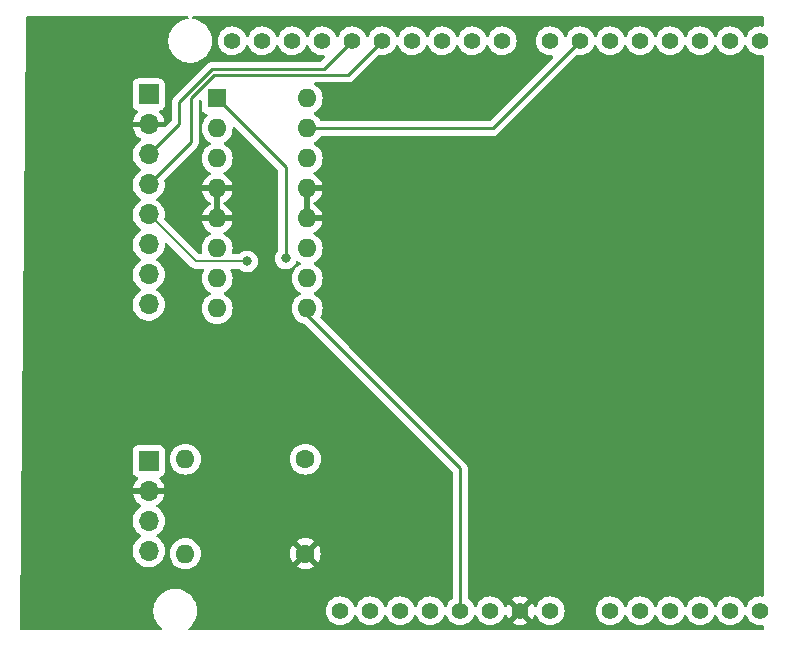
<source format=gbr>
%TF.GenerationSoftware,KiCad,Pcbnew,8.0.4*%
%TF.CreationDate,2024-11-21T12:13:07-05:00*%
%TF.ProjectId,ArduinoUnoR4Shield,41726475-696e-46f5-956e-6f5234536869,1.0*%
%TF.SameCoordinates,Original*%
%TF.FileFunction,Copper,L2,Bot*%
%TF.FilePolarity,Positive*%
%FSLAX46Y46*%
G04 Gerber Fmt 4.6, Leading zero omitted, Abs format (unit mm)*
G04 Created by KiCad (PCBNEW 8.0.4) date 2024-11-21 12:13:07*
%MOMM*%
%LPD*%
G01*
G04 APERTURE LIST*
%TA.AperFunction,ComponentPad*%
%ADD10R,1.600000X1.600000*%
%TD*%
%TA.AperFunction,ComponentPad*%
%ADD11O,1.600000X1.600000*%
%TD*%
%TA.AperFunction,ComponentPad*%
%ADD12R,1.700000X1.700000*%
%TD*%
%TA.AperFunction,ComponentPad*%
%ADD13O,1.700000X1.700000*%
%TD*%
%TA.AperFunction,ComponentPad*%
%ADD14C,1.600000*%
%TD*%
%TA.AperFunction,ComponentPad*%
%ADD15C,1.422000*%
%TD*%
%TA.AperFunction,ViaPad*%
%ADD16C,0.800000*%
%TD*%
%TA.AperFunction,Conductor*%
%ADD17C,0.250000*%
%TD*%
%TA.AperFunction,Conductor*%
%ADD18C,0.200000*%
%TD*%
G04 APERTURE END LIST*
D10*
%TO.P,H-Bridge,1,EN1\u002C2*%
%TO.N,5V*%
X124200000Y-73460000D03*
D11*
%TO.P,H-Bridge,2,1A*%
%TO.N,L motor 1*%
X124200000Y-76000000D03*
%TO.P,H-Bridge,3,1Y*%
%TO.N,left motor +*%
X124200000Y-78540000D03*
%TO.P,H-Bridge,4,GND*%
%TO.N,GND*%
X124200000Y-81080000D03*
%TO.P,H-Bridge,5,GND*%
X124200000Y-83620000D03*
%TO.P,H-Bridge,6,2Y*%
%TO.N,left motor -*%
X124200000Y-86160000D03*
%TO.P,H-Bridge,7,2A*%
%TO.N,L motor 2*%
X124200000Y-88700000D03*
%TO.P,H-Bridge,8,VCC2*%
%TO.N,6V*%
X124200000Y-91240000D03*
%TO.P,H-Bridge,9,EN3\u002C4*%
%TO.N,5V*%
X131820000Y-91240000D03*
%TO.P,H-Bridge,10,3A*%
%TO.N,R motor 1*%
X131820000Y-88700000D03*
%TO.P,H-Bridge,11,3Y*%
%TO.N,right motor +*%
X131820000Y-86160000D03*
%TO.P,H-Bridge,12,GND*%
%TO.N,GND*%
X131820000Y-83620000D03*
%TO.P,H-Bridge,13,GND*%
X131820000Y-81080000D03*
%TO.P,H-Bridge,14,4Y*%
%TO.N,right motor -*%
X131820000Y-78540000D03*
%TO.P,H-Bridge,15,4A*%
%TO.N,R motor 2*%
X131820000Y-76000000D03*
%TO.P,H-Bridge,16,VCC1*%
%TO.N,6V*%
X131820000Y-73460000D03*
%TD*%
D12*
%TO.P,J1,1,Pin_1*%
%TO.N,6V*%
X118400000Y-73125000D03*
D13*
%TO.P,J1,2,Pin_2*%
%TO.N,GND*%
X118400000Y-75665000D03*
%TO.P,J1,3,Pin_3*%
%TO.N,R encoder*%
X118400000Y-78205000D03*
%TO.P,J1,4,Pin_4*%
%TO.N,L encoder*%
X118400000Y-80745000D03*
%TO.P,J1,5,Pin_5*%
%TO.N,right motor +*%
X118400000Y-83285000D03*
%TO.P,J1,6,Pin_6*%
%TO.N,right motor -*%
X118400000Y-85825000D03*
%TO.P,J1,7,Pin_7*%
%TO.N,left motor +*%
X118400000Y-88365000D03*
%TO.P,J1,8,Pin_8*%
%TO.N,left motor -*%
X118400000Y-90905000D03*
%TD*%
D14*
%TO.P,4.7 MOhms,1*%
%TO.N,GND*%
X131660000Y-112000000D03*
D11*
%TO.P,4.7 MOhms,2*%
%TO.N,Net-(J2-Pin_4)*%
X121500000Y-112000000D03*
%TD*%
D14*
%TO.P,330 Ohms,1*%
%TO.N,Net-(U7-D2)*%
X131660000Y-104000000D03*
D11*
%TO.P,330 Ohms,2*%
%TO.N,Net-(J2-Pin_1)*%
X121500000Y-104000000D03*
%TD*%
D15*
%TO.P,U7,11,D7*%
%TO.N,unconnected-(U7-D7-Pad11)*%
X152399990Y-68580010D03*
%TO.P,U7,12,~D6*%
%TO.N,R motor 2*%
X154939990Y-68580010D03*
%TO.P,U7,13,~D5*%
%TO.N,R motor 1*%
X157479990Y-68580010D03*
%TO.P,U7,14,D4*%
%TO.N,unconnected-(U7-D4-Pad14)*%
X160019990Y-68580010D03*
%TO.P,U7,15,~D3*%
%TO.N,unconnected-(U7-~D3-Pad15)*%
X162559990Y-68580010D03*
%TO.P,U7,16,D2*%
%TO.N,Net-(U7-D2)*%
X165099990Y-68580010D03*
%TO.P,U7,17,D1/TX0*%
%TO.N,unconnected-(U7-D1{slash}TX0-Pad17)*%
X167639990Y-68580010D03*
%TO.P,U7,18,D0/RX0*%
%TO.N,unconnected-(U7-D0{slash}RX0-Pad18)*%
X170179990Y-68580010D03*
%TD*%
%TO.P,U6,1,SCL*%
%TO.N,unconnected-(U6-SCL-Pad1)*%
X125476000Y-68580000D03*
%TO.P,U6,2,SDA*%
%TO.N,unconnected-(U6-SDA-Pad2)*%
X128016000Y-68580000D03*
%TO.P,U6,3,AREF*%
%TO.N,unconnected-(U6-AREF-Pad3)*%
X130556000Y-68580000D03*
%TO.P,U6,4,GND*%
%TO.N,unconnected-(U6-GND-Pad4)*%
X133096000Y-68580000D03*
%TO.P,U6,5,D13/SCK/CANRX0*%
%TO.N,R encoder*%
X135636000Y-68580000D03*
%TO.P,U6,6,D12/CIPO*%
%TO.N,L encoder*%
X138176000Y-68580000D03*
%TO.P,U6,7,~D11/COPI*%
%TO.N,L motor 1*%
X140716000Y-68580000D03*
%TO.P,U6,8,~D10/CS/CANTX0*%
%TO.N,L motor 2*%
X143256000Y-68580000D03*
%TO.P,U6,9,~D9*%
%TO.N,unconnected-(U6-~D9-Pad9)*%
X145796000Y-68580000D03*
%TO.P,U6,10,D8*%
%TO.N,unconnected-(U6-D8-Pad10)*%
X148336000Y-68580000D03*
%TD*%
%TO.P,U3,9,A0*%
%TO.N,Net-(J2-Pin_3)*%
X157480000Y-116840000D03*
%TO.P,U3,10,A1*%
%TO.N,unconnected-(U3-A1-Pad10)*%
X160020000Y-116840000D03*
%TO.P,U3,11,A2*%
%TO.N,unconnected-(U3-A2-Pad11)*%
X162560000Y-116840000D03*
%TO.P,U3,12,A3*%
%TO.N,unconnected-(U3-A3-Pad12)*%
X165100000Y-116840000D03*
%TO.P,U3,13,A4*%
%TO.N,unconnected-(U3-A4-Pad13)*%
X167640000Y-116840000D03*
%TO.P,U3,14,A5*%
%TO.N,unconnected-(U3-A5-Pad14)*%
X170180000Y-116840000D03*
%TD*%
%TO.P,U2,1,BOOT*%
%TO.N,unconnected-(U2-BOOT-Pad1)*%
X134620000Y-116840000D03*
%TO.P,U2,2,IOREF*%
%TO.N,unconnected-(U2-IOREF-Pad2)*%
X137160000Y-116840000D03*
%TO.P,U2,3,Reset*%
%TO.N,unconnected-(U2-Reset-Pad3)*%
X139700000Y-116840000D03*
%TO.P,U2,4,+3V3*%
%TO.N,unconnected-(U2-+3V3-Pad4)*%
X142240000Y-116840000D03*
%TO.P,U2,5,+5V*%
%TO.N,5V*%
X144780000Y-116840000D03*
%TO.P,U2,6,GND*%
%TO.N,unconnected-(U2-GND-Pad6)*%
X147320000Y-116840000D03*
%TO.P,U2,7,GND*%
%TO.N,GND*%
X149860000Y-116840000D03*
%TO.P,U2,8,VIN*%
%TO.N,unconnected-(U2-VIN-Pad8)*%
X152400000Y-116840000D03*
%TD*%
D12*
%TO.P,J2,1,Pin_1*%
%TO.N,Net-(J2-Pin_1)*%
X118400000Y-104150000D03*
D13*
%TO.P,J2,2,Pin_2*%
%TO.N,GND*%
X118400000Y-106690000D03*
%TO.P,J2,3,Pin_3*%
%TO.N,Net-(J2-Pin_3)*%
X118400000Y-109230000D03*
%TO.P,J2,4,Pin_4*%
%TO.N,Net-(J2-Pin_4)*%
X118400000Y-111770000D03*
%TD*%
D16*
%TO.N,5V*%
X130000000Y-87000000D03*
%TO.N,right motor +*%
X126740000Y-87260000D03*
%TD*%
D17*
%TO.N,5V*%
X135000000Y-95000000D02*
X144780000Y-104780000D01*
X131820000Y-91820000D02*
X131820000Y-91240000D01*
X144780000Y-104780000D02*
X144780000Y-116840000D01*
X130000000Y-87000000D02*
X130000000Y-79260000D01*
X135000000Y-95000000D02*
X131820000Y-91820000D01*
X130000000Y-79260000D02*
X124200000Y-73460000D01*
%TO.N,R motor 2*%
X131820000Y-76000000D02*
X147520000Y-76000000D01*
X147520000Y-76000000D02*
X154939990Y-68580010D01*
%TO.N,L encoder*%
X122000000Y-73410000D02*
X123960000Y-71450000D01*
X122000000Y-77145000D02*
X122000000Y-73410000D01*
X135306000Y-71450000D02*
X138176000Y-68580000D01*
X123960000Y-71450000D02*
X135306000Y-71450000D01*
X118400000Y-80745000D02*
X122000000Y-77145000D01*
%TO.N,R encoder*%
X123773604Y-71000000D02*
X133216000Y-71000000D01*
X133216000Y-71000000D02*
X135636000Y-68580000D01*
X121000000Y-75605000D02*
X121000000Y-73773604D01*
X118400000Y-78205000D02*
X121000000Y-75605000D01*
X121000000Y-73773604D02*
X123773604Y-71000000D01*
%TO.N,right motor -*%
X118400000Y-85825000D02*
X118400000Y-85289009D01*
D18*
%TO.N,right motor +*%
X126740000Y-87260000D02*
X122375000Y-87260000D01*
X122375000Y-87260000D02*
X118400000Y-83285000D01*
%TD*%
%TA.AperFunction,Conductor*%
%TO.N,GND*%
G36*
X121717592Y-66519685D02*
G01*
X121763347Y-66572489D01*
X121773291Y-66641647D01*
X121744266Y-66705203D01*
X121685488Y-66742977D01*
X121666739Y-66746938D01*
X121654856Y-66748503D01*
X121558215Y-66761226D01*
X121323903Y-66824010D01*
X121099809Y-66916833D01*
X121099799Y-66916837D01*
X120889732Y-67038119D01*
X120697290Y-67185785D01*
X120697283Y-67185791D01*
X120525771Y-67357303D01*
X120525765Y-67357310D01*
X120378099Y-67549752D01*
X120256817Y-67759819D01*
X120256813Y-67759829D01*
X120163990Y-67983923D01*
X120101206Y-68218235D01*
X120069545Y-68458717D01*
X120069545Y-68701302D01*
X120101206Y-68941784D01*
X120163990Y-69176096D01*
X120256813Y-69400190D01*
X120256817Y-69400200D01*
X120378099Y-69610267D01*
X120525765Y-69802709D01*
X120525771Y-69802716D01*
X120697283Y-69974228D01*
X120697290Y-69974234D01*
X120889732Y-70121900D01*
X121099799Y-70243182D01*
X121099800Y-70243182D01*
X121099803Y-70243184D01*
X121323908Y-70336011D01*
X121558212Y-70398793D01*
X121798705Y-70430455D01*
X121798712Y-70430455D01*
X122041268Y-70430455D01*
X122041275Y-70430455D01*
X122281768Y-70398793D01*
X122516072Y-70336011D01*
X122740177Y-70243184D01*
X122950248Y-70121900D01*
X123142691Y-69974233D01*
X123314213Y-69802711D01*
X123461880Y-69610268D01*
X123583164Y-69400197D01*
X123675991Y-69176092D01*
X123738773Y-68941788D01*
X123770435Y-68701295D01*
X123770435Y-68458725D01*
X123738773Y-68218232D01*
X123675991Y-67983928D01*
X123583164Y-67759823D01*
X123515286Y-67642255D01*
X123461880Y-67549752D01*
X123314214Y-67357310D01*
X123314208Y-67357303D01*
X123142696Y-67185791D01*
X123142689Y-67185785D01*
X122950247Y-67038119D01*
X122740180Y-66916837D01*
X122740170Y-66916833D01*
X122516076Y-66824010D01*
X122281764Y-66761226D01*
X122187978Y-66748879D01*
X122173240Y-66746938D01*
X122109345Y-66718672D01*
X122070874Y-66660348D01*
X122070043Y-66590483D01*
X122107115Y-66531260D01*
X122170321Y-66501481D01*
X122189427Y-66500000D01*
X170376000Y-66500000D01*
X170443039Y-66519685D01*
X170488794Y-66572489D01*
X170500000Y-66624000D01*
X170500000Y-67248527D01*
X170480315Y-67315566D01*
X170427511Y-67361321D01*
X170365193Y-67372055D01*
X170179992Y-67355852D01*
X170179989Y-67355852D01*
X169967421Y-67374449D01*
X169967411Y-67374451D01*
X169761310Y-67429675D01*
X169761301Y-67429679D01*
X169567911Y-67519857D01*
X169451296Y-67601512D01*
X169393116Y-67642251D01*
X169393114Y-67642252D01*
X169393111Y-67642255D01*
X169242235Y-67793131D01*
X169119837Y-67967931D01*
X169029659Y-68161321D01*
X169027804Y-68166417D01*
X169026667Y-68166003D01*
X168993399Y-68220584D01*
X168930551Y-68251112D01*
X168861176Y-68242817D01*
X168807299Y-68198330D01*
X168792646Y-68166245D01*
X168792176Y-68166417D01*
X168790325Y-68161336D01*
X168790322Y-68161323D01*
X168700142Y-67967931D01*
X168577749Y-67793136D01*
X168426864Y-67642251D01*
X168252069Y-67519858D01*
X168252070Y-67519858D01*
X168252068Y-67519857D01*
X168155373Y-67474768D01*
X168058677Y-67429678D01*
X168058673Y-67429677D01*
X168058669Y-67429675D01*
X167852568Y-67374451D01*
X167852558Y-67374449D01*
X167639991Y-67355852D01*
X167639989Y-67355852D01*
X167427421Y-67374449D01*
X167427411Y-67374451D01*
X167221310Y-67429675D01*
X167221301Y-67429679D01*
X167027911Y-67519857D01*
X166911296Y-67601512D01*
X166853116Y-67642251D01*
X166853114Y-67642252D01*
X166853111Y-67642255D01*
X166702235Y-67793131D01*
X166579837Y-67967931D01*
X166489659Y-68161321D01*
X166487804Y-68166417D01*
X166486667Y-68166003D01*
X166453399Y-68220584D01*
X166390551Y-68251112D01*
X166321176Y-68242817D01*
X166267299Y-68198330D01*
X166252646Y-68166245D01*
X166252176Y-68166417D01*
X166250325Y-68161336D01*
X166250322Y-68161323D01*
X166160142Y-67967931D01*
X166037749Y-67793136D01*
X165886864Y-67642251D01*
X165712069Y-67519858D01*
X165712070Y-67519858D01*
X165712068Y-67519857D01*
X165615373Y-67474768D01*
X165518677Y-67429678D01*
X165518673Y-67429677D01*
X165518669Y-67429675D01*
X165312568Y-67374451D01*
X165312558Y-67374449D01*
X165099991Y-67355852D01*
X165099989Y-67355852D01*
X164887421Y-67374449D01*
X164887411Y-67374451D01*
X164681310Y-67429675D01*
X164681301Y-67429679D01*
X164487911Y-67519857D01*
X164371296Y-67601512D01*
X164313116Y-67642251D01*
X164313114Y-67642252D01*
X164313111Y-67642255D01*
X164162235Y-67793131D01*
X164039837Y-67967931D01*
X163949659Y-68161321D01*
X163947804Y-68166417D01*
X163946667Y-68166003D01*
X163913399Y-68220584D01*
X163850551Y-68251112D01*
X163781176Y-68242817D01*
X163727299Y-68198330D01*
X163712646Y-68166245D01*
X163712176Y-68166417D01*
X163710325Y-68161336D01*
X163710322Y-68161323D01*
X163620142Y-67967931D01*
X163497749Y-67793136D01*
X163346864Y-67642251D01*
X163172069Y-67519858D01*
X163172070Y-67519858D01*
X163172068Y-67519857D01*
X163075373Y-67474768D01*
X162978677Y-67429678D01*
X162978673Y-67429677D01*
X162978669Y-67429675D01*
X162772568Y-67374451D01*
X162772558Y-67374449D01*
X162559991Y-67355852D01*
X162559989Y-67355852D01*
X162347421Y-67374449D01*
X162347411Y-67374451D01*
X162141310Y-67429675D01*
X162141301Y-67429679D01*
X161947911Y-67519857D01*
X161831296Y-67601512D01*
X161773116Y-67642251D01*
X161773114Y-67642252D01*
X161773111Y-67642255D01*
X161622235Y-67793131D01*
X161499837Y-67967931D01*
X161409659Y-68161321D01*
X161407804Y-68166417D01*
X161406667Y-68166003D01*
X161373399Y-68220584D01*
X161310551Y-68251112D01*
X161241176Y-68242817D01*
X161187299Y-68198330D01*
X161172646Y-68166245D01*
X161172176Y-68166417D01*
X161170325Y-68161336D01*
X161170322Y-68161323D01*
X161080142Y-67967931D01*
X160957749Y-67793136D01*
X160806864Y-67642251D01*
X160632069Y-67519858D01*
X160632070Y-67519858D01*
X160632068Y-67519857D01*
X160535373Y-67474768D01*
X160438677Y-67429678D01*
X160438673Y-67429677D01*
X160438669Y-67429675D01*
X160232568Y-67374451D01*
X160232558Y-67374449D01*
X160019991Y-67355852D01*
X160019989Y-67355852D01*
X159807421Y-67374449D01*
X159807411Y-67374451D01*
X159601310Y-67429675D01*
X159601301Y-67429679D01*
X159407911Y-67519857D01*
X159291296Y-67601512D01*
X159233116Y-67642251D01*
X159233114Y-67642252D01*
X159233111Y-67642255D01*
X159082235Y-67793131D01*
X158959837Y-67967931D01*
X158869659Y-68161321D01*
X158867804Y-68166417D01*
X158866667Y-68166003D01*
X158833399Y-68220584D01*
X158770551Y-68251112D01*
X158701176Y-68242817D01*
X158647299Y-68198330D01*
X158632646Y-68166245D01*
X158632176Y-68166417D01*
X158630325Y-68161336D01*
X158630322Y-68161323D01*
X158540142Y-67967931D01*
X158417749Y-67793136D01*
X158266864Y-67642251D01*
X158092069Y-67519858D01*
X158092070Y-67519858D01*
X158092068Y-67519857D01*
X157995373Y-67474768D01*
X157898677Y-67429678D01*
X157898673Y-67429677D01*
X157898669Y-67429675D01*
X157692568Y-67374451D01*
X157692558Y-67374449D01*
X157479991Y-67355852D01*
X157479989Y-67355852D01*
X157267421Y-67374449D01*
X157267411Y-67374451D01*
X157061310Y-67429675D01*
X157061301Y-67429679D01*
X156867911Y-67519857D01*
X156751296Y-67601512D01*
X156693116Y-67642251D01*
X156693114Y-67642252D01*
X156693111Y-67642255D01*
X156542235Y-67793131D01*
X156419837Y-67967931D01*
X156329659Y-68161321D01*
X156327804Y-68166417D01*
X156326667Y-68166003D01*
X156293399Y-68220584D01*
X156230551Y-68251112D01*
X156161176Y-68242817D01*
X156107299Y-68198330D01*
X156092646Y-68166245D01*
X156092176Y-68166417D01*
X156090325Y-68161336D01*
X156090322Y-68161323D01*
X156000142Y-67967931D01*
X155877749Y-67793136D01*
X155726864Y-67642251D01*
X155552069Y-67519858D01*
X155552070Y-67519858D01*
X155552068Y-67519857D01*
X155455373Y-67474768D01*
X155358677Y-67429678D01*
X155358673Y-67429677D01*
X155358669Y-67429675D01*
X155152568Y-67374451D01*
X155152558Y-67374449D01*
X154939991Y-67355852D01*
X154939989Y-67355852D01*
X154727421Y-67374449D01*
X154727411Y-67374451D01*
X154521310Y-67429675D01*
X154521301Y-67429679D01*
X154327911Y-67519857D01*
X154211296Y-67601512D01*
X154153116Y-67642251D01*
X154153114Y-67642252D01*
X154153111Y-67642255D01*
X154002235Y-67793131D01*
X153879837Y-67967931D01*
X153789659Y-68161321D01*
X153787804Y-68166417D01*
X153786667Y-68166003D01*
X153753399Y-68220584D01*
X153690551Y-68251112D01*
X153621176Y-68242817D01*
X153567299Y-68198330D01*
X153552646Y-68166245D01*
X153552176Y-68166417D01*
X153550325Y-68161336D01*
X153550322Y-68161323D01*
X153460142Y-67967931D01*
X153337749Y-67793136D01*
X153186864Y-67642251D01*
X153012069Y-67519858D01*
X153012070Y-67519858D01*
X153012068Y-67519857D01*
X152915373Y-67474768D01*
X152818677Y-67429678D01*
X152818673Y-67429677D01*
X152818669Y-67429675D01*
X152612568Y-67374451D01*
X152612558Y-67374449D01*
X152399991Y-67355852D01*
X152399989Y-67355852D01*
X152187421Y-67374449D01*
X152187411Y-67374451D01*
X151981310Y-67429675D01*
X151981301Y-67429679D01*
X151787911Y-67519857D01*
X151671296Y-67601512D01*
X151613116Y-67642251D01*
X151613114Y-67642252D01*
X151613111Y-67642255D01*
X151462235Y-67793131D01*
X151339837Y-67967931D01*
X151249659Y-68161321D01*
X151249655Y-68161330D01*
X151194431Y-68367431D01*
X151194429Y-68367441D01*
X151175832Y-68580009D01*
X151175832Y-68580010D01*
X151194429Y-68792578D01*
X151194431Y-68792588D01*
X151249655Y-68998689D01*
X151249657Y-68998693D01*
X151249658Y-68998697D01*
X151294748Y-69095393D01*
X151339837Y-69192088D01*
X151339838Y-69192089D01*
X151462231Y-69366884D01*
X151613116Y-69517769D01*
X151787911Y-69640162D01*
X151981303Y-69730342D01*
X152187417Y-69785570D01*
X152357475Y-69800448D01*
X152399989Y-69804168D01*
X152399990Y-69804168D01*
X152399991Y-69804168D01*
X152417540Y-69802632D01*
X152520799Y-69793598D01*
X152589298Y-69807364D01*
X152639481Y-69855979D01*
X152655415Y-69924008D01*
X152632040Y-69989852D01*
X152619287Y-70004807D01*
X147293915Y-75330181D01*
X147232592Y-75363666D01*
X147206234Y-75366500D01*
X133038352Y-75366500D01*
X132971313Y-75346815D01*
X132936779Y-75313626D01*
X132826198Y-75155700D01*
X132664300Y-74993802D01*
X132476749Y-74862477D01*
X132433655Y-74842382D01*
X132381215Y-74796210D01*
X132362063Y-74729017D01*
X132382278Y-74662136D01*
X132433655Y-74617618D01*
X132436882Y-74616112D01*
X132476749Y-74597523D01*
X132664300Y-74466198D01*
X132826198Y-74304300D01*
X132957523Y-74116749D01*
X133054284Y-73909243D01*
X133113543Y-73688087D01*
X133133498Y-73460000D01*
X133113543Y-73231913D01*
X133054284Y-73010757D01*
X132957523Y-72803251D01*
X132826198Y-72615700D01*
X132664300Y-72453802D01*
X132476749Y-72322477D01*
X132471183Y-72319881D01*
X132418745Y-72273711D01*
X132399592Y-72206518D01*
X132419807Y-72139637D01*
X132472971Y-72094301D01*
X132523588Y-72083500D01*
X135368395Y-72083500D01*
X135368396Y-72083499D01*
X135490785Y-72059155D01*
X135606075Y-72011400D01*
X135709833Y-71942071D01*
X137836238Y-69815664D01*
X137897559Y-69782181D01*
X137956015Y-69783573D01*
X137963427Y-69785560D01*
X138157401Y-69802530D01*
X138175999Y-69804158D01*
X138176000Y-69804158D01*
X138176001Y-69804158D01*
X138211428Y-69801058D01*
X138388573Y-69785560D01*
X138594687Y-69730332D01*
X138788079Y-69640152D01*
X138962874Y-69517759D01*
X139113759Y-69366874D01*
X139236152Y-69192079D01*
X139326332Y-68998687D01*
X139326336Y-68998670D01*
X139328186Y-68993593D01*
X139329322Y-68994006D01*
X139362587Y-68939429D01*
X139425432Y-68908898D01*
X139494808Y-68917190D01*
X139548688Y-68961673D01*
X139563343Y-68993764D01*
X139563814Y-68993593D01*
X139565666Y-68998679D01*
X139565668Y-68998687D01*
X139610758Y-69095383D01*
X139655847Y-69192078D01*
X139655848Y-69192079D01*
X139778241Y-69366874D01*
X139929126Y-69517759D01*
X140103921Y-69640152D01*
X140297313Y-69730332D01*
X140297319Y-69730333D01*
X140297320Y-69730334D01*
X140346927Y-69743626D01*
X140503427Y-69785560D01*
X140673485Y-69800438D01*
X140715999Y-69804158D01*
X140716000Y-69804158D01*
X140716001Y-69804158D01*
X140751428Y-69801058D01*
X140928573Y-69785560D01*
X141134687Y-69730332D01*
X141328079Y-69640152D01*
X141502874Y-69517759D01*
X141653759Y-69366874D01*
X141776152Y-69192079D01*
X141866332Y-68998687D01*
X141866336Y-68998670D01*
X141868186Y-68993593D01*
X141869322Y-68994006D01*
X141902587Y-68939429D01*
X141965432Y-68908898D01*
X142034808Y-68917190D01*
X142088688Y-68961673D01*
X142103343Y-68993764D01*
X142103814Y-68993593D01*
X142105666Y-68998679D01*
X142105668Y-68998687D01*
X142150758Y-69095383D01*
X142195847Y-69192078D01*
X142195848Y-69192079D01*
X142318241Y-69366874D01*
X142469126Y-69517759D01*
X142643921Y-69640152D01*
X142837313Y-69730332D01*
X142837319Y-69730333D01*
X142837320Y-69730334D01*
X142886927Y-69743626D01*
X143043427Y-69785560D01*
X143213485Y-69800438D01*
X143255999Y-69804158D01*
X143256000Y-69804158D01*
X143256001Y-69804158D01*
X143291428Y-69801058D01*
X143468573Y-69785560D01*
X143674687Y-69730332D01*
X143868079Y-69640152D01*
X144042874Y-69517759D01*
X144193759Y-69366874D01*
X144316152Y-69192079D01*
X144406332Y-68998687D01*
X144406336Y-68998670D01*
X144408186Y-68993593D01*
X144409322Y-68994006D01*
X144442587Y-68939429D01*
X144505432Y-68908898D01*
X144574808Y-68917190D01*
X144628688Y-68961673D01*
X144643343Y-68993764D01*
X144643814Y-68993593D01*
X144645666Y-68998679D01*
X144645668Y-68998687D01*
X144690758Y-69095383D01*
X144735847Y-69192078D01*
X144735848Y-69192079D01*
X144858241Y-69366874D01*
X145009126Y-69517759D01*
X145183921Y-69640152D01*
X145377313Y-69730332D01*
X145377319Y-69730333D01*
X145377320Y-69730334D01*
X145426927Y-69743626D01*
X145583427Y-69785560D01*
X145753485Y-69800438D01*
X145795999Y-69804158D01*
X145796000Y-69804158D01*
X145796001Y-69804158D01*
X145831428Y-69801058D01*
X146008573Y-69785560D01*
X146214687Y-69730332D01*
X146408079Y-69640152D01*
X146582874Y-69517759D01*
X146733759Y-69366874D01*
X146856152Y-69192079D01*
X146946332Y-68998687D01*
X146946336Y-68998670D01*
X146948186Y-68993593D01*
X146949322Y-68994006D01*
X146982587Y-68939429D01*
X147045432Y-68908898D01*
X147114808Y-68917190D01*
X147168688Y-68961673D01*
X147183343Y-68993764D01*
X147183814Y-68993593D01*
X147185666Y-68998679D01*
X147185668Y-68998687D01*
X147230758Y-69095383D01*
X147275847Y-69192078D01*
X147275848Y-69192079D01*
X147398241Y-69366874D01*
X147549126Y-69517759D01*
X147723921Y-69640152D01*
X147917313Y-69730332D01*
X147917319Y-69730333D01*
X147917320Y-69730334D01*
X147966927Y-69743626D01*
X148123427Y-69785560D01*
X148293485Y-69800438D01*
X148335999Y-69804158D01*
X148336000Y-69804158D01*
X148336001Y-69804158D01*
X148371428Y-69801058D01*
X148548573Y-69785560D01*
X148754687Y-69730332D01*
X148948079Y-69640152D01*
X149122874Y-69517759D01*
X149273759Y-69366874D01*
X149396152Y-69192079D01*
X149486332Y-68998687D01*
X149541560Y-68792573D01*
X149560158Y-68580000D01*
X149541560Y-68367427D01*
X149486332Y-68161313D01*
X149396152Y-67967921D01*
X149273759Y-67793126D01*
X149122874Y-67642241D01*
X148983038Y-67544326D01*
X148948078Y-67519847D01*
X148851383Y-67474758D01*
X148754687Y-67429668D01*
X148754683Y-67429667D01*
X148754679Y-67429665D01*
X148548578Y-67374441D01*
X148548568Y-67374439D01*
X148336001Y-67355842D01*
X148335999Y-67355842D01*
X148123431Y-67374439D01*
X148123421Y-67374441D01*
X147917320Y-67429665D01*
X147917313Y-67429667D01*
X147917313Y-67429668D01*
X147905101Y-67435362D01*
X147723921Y-67519847D01*
X147607306Y-67601502D01*
X147549126Y-67642241D01*
X147549124Y-67642242D01*
X147549121Y-67642245D01*
X147398245Y-67793121D01*
X147398242Y-67793124D01*
X147398241Y-67793126D01*
X147398234Y-67793136D01*
X147275847Y-67967921D01*
X147185669Y-68161311D01*
X147183814Y-68166407D01*
X147182677Y-68165993D01*
X147149409Y-68220574D01*
X147086561Y-68251102D01*
X147017186Y-68242807D01*
X146963309Y-68198320D01*
X146948656Y-68166235D01*
X146948186Y-68166407D01*
X146946335Y-68161326D01*
X146946332Y-68161313D01*
X146856152Y-67967921D01*
X146733759Y-67793126D01*
X146582874Y-67642241D01*
X146443038Y-67544326D01*
X146408078Y-67519847D01*
X146311383Y-67474758D01*
X146214687Y-67429668D01*
X146214683Y-67429667D01*
X146214679Y-67429665D01*
X146008578Y-67374441D01*
X146008568Y-67374439D01*
X145796001Y-67355842D01*
X145795999Y-67355842D01*
X145583431Y-67374439D01*
X145583421Y-67374441D01*
X145377320Y-67429665D01*
X145377313Y-67429667D01*
X145377313Y-67429668D01*
X145365101Y-67435362D01*
X145183921Y-67519847D01*
X145067306Y-67601502D01*
X145009126Y-67642241D01*
X145009124Y-67642242D01*
X145009121Y-67642245D01*
X144858245Y-67793121D01*
X144858242Y-67793124D01*
X144858241Y-67793126D01*
X144858234Y-67793136D01*
X144735847Y-67967921D01*
X144645669Y-68161311D01*
X144643814Y-68166407D01*
X144642677Y-68165993D01*
X144609409Y-68220574D01*
X144546561Y-68251102D01*
X144477186Y-68242807D01*
X144423309Y-68198320D01*
X144408656Y-68166235D01*
X144408186Y-68166407D01*
X144406335Y-68161326D01*
X144406332Y-68161313D01*
X144316152Y-67967921D01*
X144193759Y-67793126D01*
X144042874Y-67642241D01*
X143903038Y-67544326D01*
X143868078Y-67519847D01*
X143771383Y-67474758D01*
X143674687Y-67429668D01*
X143674683Y-67429667D01*
X143674679Y-67429665D01*
X143468578Y-67374441D01*
X143468568Y-67374439D01*
X143256001Y-67355842D01*
X143255999Y-67355842D01*
X143043431Y-67374439D01*
X143043421Y-67374441D01*
X142837320Y-67429665D01*
X142837313Y-67429667D01*
X142837313Y-67429668D01*
X142825101Y-67435362D01*
X142643921Y-67519847D01*
X142527306Y-67601502D01*
X142469126Y-67642241D01*
X142469124Y-67642242D01*
X142469121Y-67642245D01*
X142318245Y-67793121D01*
X142318242Y-67793124D01*
X142318241Y-67793126D01*
X142318234Y-67793136D01*
X142195847Y-67967921D01*
X142105669Y-68161311D01*
X142103814Y-68166407D01*
X142102677Y-68165993D01*
X142069409Y-68220574D01*
X142006561Y-68251102D01*
X141937186Y-68242807D01*
X141883309Y-68198320D01*
X141868656Y-68166235D01*
X141868186Y-68166407D01*
X141866335Y-68161326D01*
X141866332Y-68161313D01*
X141776152Y-67967921D01*
X141653759Y-67793126D01*
X141502874Y-67642241D01*
X141363038Y-67544326D01*
X141328078Y-67519847D01*
X141231383Y-67474758D01*
X141134687Y-67429668D01*
X141134683Y-67429667D01*
X141134679Y-67429665D01*
X140928578Y-67374441D01*
X140928568Y-67374439D01*
X140716001Y-67355842D01*
X140715999Y-67355842D01*
X140503431Y-67374439D01*
X140503421Y-67374441D01*
X140297320Y-67429665D01*
X140297313Y-67429667D01*
X140297313Y-67429668D01*
X140285101Y-67435362D01*
X140103921Y-67519847D01*
X139987306Y-67601502D01*
X139929126Y-67642241D01*
X139929124Y-67642242D01*
X139929121Y-67642245D01*
X139778245Y-67793121D01*
X139778242Y-67793124D01*
X139778241Y-67793126D01*
X139778234Y-67793136D01*
X139655847Y-67967921D01*
X139565669Y-68161311D01*
X139563814Y-68166407D01*
X139562677Y-68165993D01*
X139529409Y-68220574D01*
X139466561Y-68251102D01*
X139397186Y-68242807D01*
X139343309Y-68198320D01*
X139328656Y-68166235D01*
X139328186Y-68166407D01*
X139326335Y-68161326D01*
X139326332Y-68161313D01*
X139236152Y-67967921D01*
X139113759Y-67793126D01*
X138962874Y-67642241D01*
X138823038Y-67544326D01*
X138788078Y-67519847D01*
X138691383Y-67474758D01*
X138594687Y-67429668D01*
X138594683Y-67429667D01*
X138594679Y-67429665D01*
X138388578Y-67374441D01*
X138388568Y-67374439D01*
X138176001Y-67355842D01*
X138175999Y-67355842D01*
X137963431Y-67374439D01*
X137963421Y-67374441D01*
X137757320Y-67429665D01*
X137757313Y-67429667D01*
X137757313Y-67429668D01*
X137745101Y-67435362D01*
X137563921Y-67519847D01*
X137447306Y-67601502D01*
X137389126Y-67642241D01*
X137389124Y-67642242D01*
X137389121Y-67642245D01*
X137238245Y-67793121D01*
X137238242Y-67793124D01*
X137238241Y-67793126D01*
X137238234Y-67793136D01*
X137115847Y-67967921D01*
X137025669Y-68161311D01*
X137023814Y-68166407D01*
X137022677Y-68165993D01*
X136989409Y-68220574D01*
X136926561Y-68251102D01*
X136857186Y-68242807D01*
X136803309Y-68198320D01*
X136788656Y-68166235D01*
X136788186Y-68166407D01*
X136786335Y-68161326D01*
X136786332Y-68161313D01*
X136696152Y-67967921D01*
X136573759Y-67793126D01*
X136422874Y-67642241D01*
X136283038Y-67544326D01*
X136248078Y-67519847D01*
X136151383Y-67474758D01*
X136054687Y-67429668D01*
X136054683Y-67429667D01*
X136054679Y-67429665D01*
X135848578Y-67374441D01*
X135848568Y-67374439D01*
X135636001Y-67355842D01*
X135635999Y-67355842D01*
X135423431Y-67374439D01*
X135423421Y-67374441D01*
X135217320Y-67429665D01*
X135217313Y-67429667D01*
X135217313Y-67429668D01*
X135205101Y-67435362D01*
X135023921Y-67519847D01*
X134907306Y-67601502D01*
X134849126Y-67642241D01*
X134849124Y-67642242D01*
X134849121Y-67642245D01*
X134698245Y-67793121D01*
X134698242Y-67793124D01*
X134698241Y-67793126D01*
X134698234Y-67793136D01*
X134575847Y-67967921D01*
X134485669Y-68161311D01*
X134483814Y-68166407D01*
X134482677Y-68165993D01*
X134449409Y-68220574D01*
X134386561Y-68251102D01*
X134317186Y-68242807D01*
X134263309Y-68198320D01*
X134248656Y-68166235D01*
X134248186Y-68166407D01*
X134246335Y-68161326D01*
X134246332Y-68161313D01*
X134156152Y-67967921D01*
X134033759Y-67793126D01*
X133882874Y-67642241D01*
X133743038Y-67544326D01*
X133708078Y-67519847D01*
X133611383Y-67474758D01*
X133514687Y-67429668D01*
X133514683Y-67429667D01*
X133514679Y-67429665D01*
X133308578Y-67374441D01*
X133308568Y-67374439D01*
X133096001Y-67355842D01*
X133095999Y-67355842D01*
X132883431Y-67374439D01*
X132883421Y-67374441D01*
X132677320Y-67429665D01*
X132677313Y-67429667D01*
X132677313Y-67429668D01*
X132665101Y-67435362D01*
X132483921Y-67519847D01*
X132367306Y-67601502D01*
X132309126Y-67642241D01*
X132309124Y-67642242D01*
X132309121Y-67642245D01*
X132158245Y-67793121D01*
X132158242Y-67793124D01*
X132158241Y-67793126D01*
X132158234Y-67793136D01*
X132035847Y-67967921D01*
X131945669Y-68161311D01*
X131943814Y-68166407D01*
X131942677Y-68165993D01*
X131909409Y-68220574D01*
X131846561Y-68251102D01*
X131777186Y-68242807D01*
X131723309Y-68198320D01*
X131708656Y-68166235D01*
X131708186Y-68166407D01*
X131706335Y-68161326D01*
X131706332Y-68161313D01*
X131616152Y-67967921D01*
X131493759Y-67793126D01*
X131342874Y-67642241D01*
X131203038Y-67544326D01*
X131168078Y-67519847D01*
X131071383Y-67474758D01*
X130974687Y-67429668D01*
X130974683Y-67429667D01*
X130974679Y-67429665D01*
X130768578Y-67374441D01*
X130768568Y-67374439D01*
X130556001Y-67355842D01*
X130555999Y-67355842D01*
X130343431Y-67374439D01*
X130343421Y-67374441D01*
X130137320Y-67429665D01*
X130137313Y-67429667D01*
X130137313Y-67429668D01*
X130125101Y-67435362D01*
X129943921Y-67519847D01*
X129827306Y-67601502D01*
X129769126Y-67642241D01*
X129769124Y-67642242D01*
X129769121Y-67642245D01*
X129618245Y-67793121D01*
X129618242Y-67793124D01*
X129618241Y-67793126D01*
X129618234Y-67793136D01*
X129495847Y-67967921D01*
X129405669Y-68161311D01*
X129403814Y-68166407D01*
X129402677Y-68165993D01*
X129369409Y-68220574D01*
X129306561Y-68251102D01*
X129237186Y-68242807D01*
X129183309Y-68198320D01*
X129168656Y-68166235D01*
X129168186Y-68166407D01*
X129166335Y-68161326D01*
X129166332Y-68161313D01*
X129076152Y-67967921D01*
X128953759Y-67793126D01*
X128802874Y-67642241D01*
X128663038Y-67544326D01*
X128628078Y-67519847D01*
X128531383Y-67474758D01*
X128434687Y-67429668D01*
X128434683Y-67429667D01*
X128434679Y-67429665D01*
X128228578Y-67374441D01*
X128228568Y-67374439D01*
X128016001Y-67355842D01*
X128015999Y-67355842D01*
X127803431Y-67374439D01*
X127803421Y-67374441D01*
X127597320Y-67429665D01*
X127597313Y-67429667D01*
X127597313Y-67429668D01*
X127585101Y-67435362D01*
X127403921Y-67519847D01*
X127287306Y-67601502D01*
X127229126Y-67642241D01*
X127229124Y-67642242D01*
X127229121Y-67642245D01*
X127078245Y-67793121D01*
X127078242Y-67793124D01*
X127078241Y-67793126D01*
X127078234Y-67793136D01*
X126955847Y-67967921D01*
X126865669Y-68161311D01*
X126863814Y-68166407D01*
X126862677Y-68165993D01*
X126829409Y-68220574D01*
X126766561Y-68251102D01*
X126697186Y-68242807D01*
X126643309Y-68198320D01*
X126628656Y-68166235D01*
X126628186Y-68166407D01*
X126626335Y-68161326D01*
X126626332Y-68161313D01*
X126536152Y-67967921D01*
X126413759Y-67793126D01*
X126262874Y-67642241D01*
X126123038Y-67544326D01*
X126088078Y-67519847D01*
X125991383Y-67474758D01*
X125894687Y-67429668D01*
X125894683Y-67429667D01*
X125894679Y-67429665D01*
X125688578Y-67374441D01*
X125688568Y-67374439D01*
X125476001Y-67355842D01*
X125475999Y-67355842D01*
X125263431Y-67374439D01*
X125263421Y-67374441D01*
X125057320Y-67429665D01*
X125057313Y-67429667D01*
X125057313Y-67429668D01*
X125045101Y-67435362D01*
X124863921Y-67519847D01*
X124747306Y-67601502D01*
X124689126Y-67642241D01*
X124689124Y-67642242D01*
X124689121Y-67642245D01*
X124538245Y-67793121D01*
X124538242Y-67793124D01*
X124538241Y-67793126D01*
X124538234Y-67793136D01*
X124415847Y-67967921D01*
X124325669Y-68161311D01*
X124325665Y-68161320D01*
X124270441Y-68367421D01*
X124270439Y-68367431D01*
X124251842Y-68579999D01*
X124251842Y-68580000D01*
X124270439Y-68792568D01*
X124270441Y-68792578D01*
X124325665Y-68998679D01*
X124325667Y-68998683D01*
X124325668Y-68998687D01*
X124370758Y-69095383D01*
X124415847Y-69192078D01*
X124415848Y-69192079D01*
X124538241Y-69366874D01*
X124689126Y-69517759D01*
X124863921Y-69640152D01*
X125057313Y-69730332D01*
X125057319Y-69730333D01*
X125057320Y-69730334D01*
X125106927Y-69743626D01*
X125263427Y-69785560D01*
X125433485Y-69800438D01*
X125475999Y-69804158D01*
X125476000Y-69804158D01*
X125476001Y-69804158D01*
X125511428Y-69801058D01*
X125688573Y-69785560D01*
X125894687Y-69730332D01*
X126088079Y-69640152D01*
X126262874Y-69517759D01*
X126413759Y-69366874D01*
X126536152Y-69192079D01*
X126626332Y-68998687D01*
X126626336Y-68998670D01*
X126628186Y-68993593D01*
X126629322Y-68994006D01*
X126662587Y-68939429D01*
X126725432Y-68908898D01*
X126794808Y-68917190D01*
X126848688Y-68961673D01*
X126863343Y-68993764D01*
X126863814Y-68993593D01*
X126865666Y-68998679D01*
X126865668Y-68998687D01*
X126910758Y-69095383D01*
X126955847Y-69192078D01*
X126955848Y-69192079D01*
X127078241Y-69366874D01*
X127229126Y-69517759D01*
X127403921Y-69640152D01*
X127597313Y-69730332D01*
X127597319Y-69730333D01*
X127597320Y-69730334D01*
X127646927Y-69743626D01*
X127803427Y-69785560D01*
X127973485Y-69800438D01*
X128015999Y-69804158D01*
X128016000Y-69804158D01*
X128016001Y-69804158D01*
X128051428Y-69801058D01*
X128228573Y-69785560D01*
X128434687Y-69730332D01*
X128628079Y-69640152D01*
X128802874Y-69517759D01*
X128953759Y-69366874D01*
X129076152Y-69192079D01*
X129166332Y-68998687D01*
X129166336Y-68998670D01*
X129168186Y-68993593D01*
X129169322Y-68994006D01*
X129202587Y-68939429D01*
X129265432Y-68908898D01*
X129334808Y-68917190D01*
X129388688Y-68961673D01*
X129403343Y-68993764D01*
X129403814Y-68993593D01*
X129405666Y-68998679D01*
X129405668Y-68998687D01*
X129450758Y-69095383D01*
X129495847Y-69192078D01*
X129495848Y-69192079D01*
X129618241Y-69366874D01*
X129769126Y-69517759D01*
X129943921Y-69640152D01*
X130137313Y-69730332D01*
X130137319Y-69730333D01*
X130137320Y-69730334D01*
X130186927Y-69743626D01*
X130343427Y-69785560D01*
X130513485Y-69800438D01*
X130555999Y-69804158D01*
X130556000Y-69804158D01*
X130556001Y-69804158D01*
X130591428Y-69801058D01*
X130768573Y-69785560D01*
X130974687Y-69730332D01*
X131168079Y-69640152D01*
X131342874Y-69517759D01*
X131493759Y-69366874D01*
X131616152Y-69192079D01*
X131706332Y-68998687D01*
X131706336Y-68998670D01*
X131708186Y-68993593D01*
X131709322Y-68994006D01*
X131742587Y-68939429D01*
X131805432Y-68908898D01*
X131874808Y-68917190D01*
X131928688Y-68961673D01*
X131943343Y-68993764D01*
X131943814Y-68993593D01*
X131945666Y-68998679D01*
X131945668Y-68998687D01*
X131990758Y-69095383D01*
X132035847Y-69192078D01*
X132035848Y-69192079D01*
X132158241Y-69366874D01*
X132309126Y-69517759D01*
X132483921Y-69640152D01*
X132677313Y-69730332D01*
X132677319Y-69730333D01*
X132677320Y-69730334D01*
X132726927Y-69743626D01*
X132883427Y-69785560D01*
X133053485Y-69800438D01*
X133095999Y-69804158D01*
X133096000Y-69804158D01*
X133096001Y-69804158D01*
X133116533Y-69802361D01*
X133216810Y-69793588D01*
X133285309Y-69807354D01*
X133335492Y-69855969D01*
X133351426Y-69923998D01*
X133328051Y-69989842D01*
X133315298Y-70004797D01*
X132989915Y-70330181D01*
X132928592Y-70363666D01*
X132902234Y-70366500D01*
X123711205Y-70366500D01*
X123588826Y-70390843D01*
X123588818Y-70390845D01*
X123473531Y-70438598D01*
X123473522Y-70438603D01*
X123369771Y-70507928D01*
X123369767Y-70507931D01*
X121266355Y-72611345D01*
X120596167Y-73281533D01*
X120552047Y-73325653D01*
X120507927Y-73369772D01*
X120438603Y-73473522D01*
X120438598Y-73473531D01*
X120390845Y-73588818D01*
X120390843Y-73588826D01*
X120366500Y-73711205D01*
X120366500Y-75291233D01*
X120346815Y-75358272D01*
X120330181Y-75378914D01*
X119830413Y-75878681D01*
X119769090Y-75912166D01*
X119742732Y-75915000D01*
X118833012Y-75915000D01*
X118865925Y-75857993D01*
X118900000Y-75730826D01*
X118900000Y-75599174D01*
X118865925Y-75472007D01*
X118833012Y-75415000D01*
X119730636Y-75415000D01*
X119730635Y-75414999D01*
X119673432Y-75201513D01*
X119673429Y-75201507D01*
X119573600Y-74987422D01*
X119573599Y-74987420D01*
X119438113Y-74793926D01*
X119438108Y-74793920D01*
X119322272Y-74678084D01*
X119288787Y-74616761D01*
X119293771Y-74547069D01*
X119335643Y-74491136D01*
X119366612Y-74474224D01*
X119496204Y-74425889D01*
X119613261Y-74338261D01*
X119700889Y-74221204D01*
X119751989Y-74084201D01*
X119755591Y-74050692D01*
X119758499Y-74023654D01*
X119758500Y-74023637D01*
X119758500Y-72226362D01*
X119758499Y-72226345D01*
X119755157Y-72195270D01*
X119751989Y-72165799D01*
X119749084Y-72158011D01*
X119725321Y-72094301D01*
X119700889Y-72028796D01*
X119613261Y-71911739D01*
X119496204Y-71824111D01*
X119359203Y-71773011D01*
X119298654Y-71766500D01*
X119298638Y-71766500D01*
X117501362Y-71766500D01*
X117501345Y-71766500D01*
X117440797Y-71773011D01*
X117440795Y-71773011D01*
X117303795Y-71824111D01*
X117186739Y-71911739D01*
X117099111Y-72028795D01*
X117048011Y-72165795D01*
X117048011Y-72165797D01*
X117041500Y-72226345D01*
X117041500Y-74023654D01*
X117048011Y-74084202D01*
X117048011Y-74084204D01*
X117099111Y-74221204D01*
X117186739Y-74338261D01*
X117303796Y-74425889D01*
X117433382Y-74474222D01*
X117489313Y-74516093D01*
X117513730Y-74581557D01*
X117498878Y-74649830D01*
X117477728Y-74678084D01*
X117361886Y-74793926D01*
X117226400Y-74987420D01*
X117226399Y-74987422D01*
X117126570Y-75201507D01*
X117126567Y-75201513D01*
X117069364Y-75414999D01*
X117069364Y-75415000D01*
X117966988Y-75415000D01*
X117934075Y-75472007D01*
X117900000Y-75599174D01*
X117900000Y-75730826D01*
X117934075Y-75857993D01*
X117966988Y-75915000D01*
X117069364Y-75915000D01*
X117126567Y-76128486D01*
X117126570Y-76128492D01*
X117226399Y-76342578D01*
X117361894Y-76536082D01*
X117528917Y-76703105D01*
X117709802Y-76829763D01*
X117753427Y-76884340D01*
X117760619Y-76953839D01*
X117729097Y-77016193D01*
X117697697Y-77040392D01*
X117654427Y-77063809D01*
X117654422Y-77063812D01*
X117476761Y-77202092D01*
X117476756Y-77202097D01*
X117324284Y-77367723D01*
X117324276Y-77367734D01*
X117201140Y-77556207D01*
X117110703Y-77762385D01*
X117055436Y-77980628D01*
X117055434Y-77980640D01*
X117036844Y-78204994D01*
X117036844Y-78205005D01*
X117055434Y-78429359D01*
X117055436Y-78429371D01*
X117110703Y-78647614D01*
X117201140Y-78853792D01*
X117324276Y-79042265D01*
X117324284Y-79042276D01*
X117466485Y-79196745D01*
X117476760Y-79207906D01*
X117654424Y-79346189D01*
X117654429Y-79346191D01*
X117654431Y-79346193D01*
X117690930Y-79365946D01*
X117740520Y-79415165D01*
X117755628Y-79483382D01*
X117731457Y-79548937D01*
X117690930Y-79584054D01*
X117654431Y-79603806D01*
X117654422Y-79603812D01*
X117476761Y-79742092D01*
X117476756Y-79742097D01*
X117324284Y-79907723D01*
X117324276Y-79907734D01*
X117201140Y-80096207D01*
X117110703Y-80302385D01*
X117055436Y-80520628D01*
X117055434Y-80520640D01*
X117036844Y-80744994D01*
X117036844Y-80745005D01*
X117055434Y-80969359D01*
X117055436Y-80969371D01*
X117110703Y-81187614D01*
X117201140Y-81393792D01*
X117324276Y-81582265D01*
X117324284Y-81582276D01*
X117462561Y-81732482D01*
X117476760Y-81747906D01*
X117654424Y-81886189D01*
X117654429Y-81886191D01*
X117654431Y-81886193D01*
X117690930Y-81905946D01*
X117740520Y-81955165D01*
X117755628Y-82023382D01*
X117731457Y-82088937D01*
X117690930Y-82124054D01*
X117654431Y-82143806D01*
X117654422Y-82143812D01*
X117476761Y-82282092D01*
X117476756Y-82282097D01*
X117324284Y-82447723D01*
X117324276Y-82447734D01*
X117201140Y-82636207D01*
X117110703Y-82842385D01*
X117055436Y-83060628D01*
X117055434Y-83060640D01*
X117036844Y-83284994D01*
X117036844Y-83285005D01*
X117055434Y-83509359D01*
X117055436Y-83509371D01*
X117110703Y-83727614D01*
X117201140Y-83933792D01*
X117324276Y-84122265D01*
X117324284Y-84122276D01*
X117462561Y-84272482D01*
X117476760Y-84287906D01*
X117654424Y-84426189D01*
X117654429Y-84426191D01*
X117654431Y-84426193D01*
X117690930Y-84445946D01*
X117740520Y-84495165D01*
X117755628Y-84563382D01*
X117731457Y-84628937D01*
X117690930Y-84664054D01*
X117654431Y-84683806D01*
X117654422Y-84683812D01*
X117476761Y-84822092D01*
X117476756Y-84822097D01*
X117324284Y-84987723D01*
X117324276Y-84987734D01*
X117201140Y-85176207D01*
X117110703Y-85382385D01*
X117055436Y-85600628D01*
X117055434Y-85600640D01*
X117036844Y-85824994D01*
X117036844Y-85825005D01*
X117055434Y-86049359D01*
X117055436Y-86049371D01*
X117110703Y-86267614D01*
X117201140Y-86473792D01*
X117324276Y-86662265D01*
X117324284Y-86662276D01*
X117460342Y-86810072D01*
X117476760Y-86827906D01*
X117654424Y-86966189D01*
X117654429Y-86966191D01*
X117654431Y-86966193D01*
X117690930Y-86985946D01*
X117740520Y-87035165D01*
X117755628Y-87103382D01*
X117731457Y-87168937D01*
X117690930Y-87204054D01*
X117654431Y-87223806D01*
X117654422Y-87223812D01*
X117476761Y-87362092D01*
X117476756Y-87362097D01*
X117324284Y-87527723D01*
X117324276Y-87527734D01*
X117201140Y-87716207D01*
X117110703Y-87922385D01*
X117055436Y-88140628D01*
X117055434Y-88140640D01*
X117036844Y-88364994D01*
X117036844Y-88365005D01*
X117055434Y-88589359D01*
X117055436Y-88589371D01*
X117110703Y-88807614D01*
X117201140Y-89013792D01*
X117324276Y-89202265D01*
X117324284Y-89202276D01*
X117466485Y-89356745D01*
X117476760Y-89367906D01*
X117654424Y-89506189D01*
X117654429Y-89506191D01*
X117654431Y-89506193D01*
X117690930Y-89525946D01*
X117740520Y-89575165D01*
X117755628Y-89643382D01*
X117731457Y-89708937D01*
X117690930Y-89744054D01*
X117654431Y-89763806D01*
X117654422Y-89763812D01*
X117476761Y-89902092D01*
X117476756Y-89902097D01*
X117324284Y-90067723D01*
X117324276Y-90067734D01*
X117201140Y-90256207D01*
X117110703Y-90462385D01*
X117055436Y-90680628D01*
X117055434Y-90680640D01*
X117036844Y-90904994D01*
X117036844Y-90905005D01*
X117055434Y-91129359D01*
X117055436Y-91129371D01*
X117110703Y-91347614D01*
X117201140Y-91553792D01*
X117324276Y-91742265D01*
X117324284Y-91742276D01*
X117476756Y-91907902D01*
X117476761Y-91907907D01*
X117513211Y-91936277D01*
X117654424Y-92046189D01*
X117654425Y-92046189D01*
X117654427Y-92046191D01*
X117781135Y-92114761D01*
X117852426Y-92153342D01*
X118065365Y-92226444D01*
X118287431Y-92263500D01*
X118512569Y-92263500D01*
X118734635Y-92226444D01*
X118947574Y-92153342D01*
X119145576Y-92046189D01*
X119323240Y-91907906D01*
X119475722Y-91742268D01*
X119598860Y-91553791D01*
X119689296Y-91347616D01*
X119744564Y-91129368D01*
X119744565Y-91129359D01*
X119763156Y-90905005D01*
X119763156Y-90904994D01*
X119744565Y-90680640D01*
X119744563Y-90680628D01*
X119689296Y-90462385D01*
X119660043Y-90395695D01*
X119598860Y-90256209D01*
X119584223Y-90233806D01*
X119475723Y-90067734D01*
X119475715Y-90067723D01*
X119323243Y-89902097D01*
X119323238Y-89902092D01*
X119145577Y-89763812D01*
X119145578Y-89763812D01*
X119145576Y-89763811D01*
X119109070Y-89744055D01*
X119059479Y-89694836D01*
X119044371Y-89626619D01*
X119068541Y-89561064D01*
X119109070Y-89525945D01*
X119109084Y-89525936D01*
X119145576Y-89506189D01*
X119323240Y-89367906D01*
X119475722Y-89202268D01*
X119598860Y-89013791D01*
X119689296Y-88807616D01*
X119744564Y-88589368D01*
X119744565Y-88589359D01*
X119763156Y-88365005D01*
X119763156Y-88364994D01*
X119744565Y-88140640D01*
X119744563Y-88140628D01*
X119711521Y-88010147D01*
X119689296Y-87922384D01*
X119598860Y-87716209D01*
X119584223Y-87693806D01*
X119475723Y-87527734D01*
X119475715Y-87527723D01*
X119323243Y-87362097D01*
X119323238Y-87362092D01*
X119145577Y-87223812D01*
X119145578Y-87223812D01*
X119145576Y-87223811D01*
X119109070Y-87204055D01*
X119059479Y-87154836D01*
X119044371Y-87086619D01*
X119068541Y-87021064D01*
X119109070Y-86985945D01*
X119109084Y-86985936D01*
X119145576Y-86966189D01*
X119323240Y-86827906D01*
X119475722Y-86662268D01*
X119598860Y-86473791D01*
X119689296Y-86267616D01*
X119744564Y-86049368D01*
X119744565Y-86049359D01*
X119763156Y-85825005D01*
X119763156Y-85825000D01*
X119762513Y-85817244D01*
X119776592Y-85748808D01*
X119825435Y-85698847D01*
X119893536Y-85683224D01*
X119959272Y-85706899D01*
X119973770Y-85719319D01*
X122001373Y-87746922D01*
X122140127Y-87827032D01*
X122216019Y-87847367D01*
X122294889Y-87868500D01*
X122294890Y-87868500D01*
X122455110Y-87868500D01*
X122949324Y-87868500D01*
X123016363Y-87888185D01*
X123062118Y-87940989D01*
X123072062Y-88010147D01*
X123061706Y-88044904D01*
X122965718Y-88250750D01*
X122965714Y-88250761D01*
X122906457Y-88471910D01*
X122906456Y-88471918D01*
X122886502Y-88699998D01*
X122886502Y-88700001D01*
X122906456Y-88928081D01*
X122906457Y-88928089D01*
X122965714Y-89149238D01*
X122965718Y-89149249D01*
X123062475Y-89356745D01*
X123062477Y-89356749D01*
X123193802Y-89544300D01*
X123355700Y-89706198D01*
X123543251Y-89837523D01*
X123586345Y-89857618D01*
X123638784Y-89903791D01*
X123657936Y-89970984D01*
X123637720Y-90037865D01*
X123586345Y-90082382D01*
X123543251Y-90102476D01*
X123418126Y-90190090D01*
X123355700Y-90233802D01*
X123355698Y-90233803D01*
X123355695Y-90233806D01*
X123193806Y-90395695D01*
X123062476Y-90583252D01*
X123062475Y-90583254D01*
X122965718Y-90790750D01*
X122965714Y-90790761D01*
X122906457Y-91011910D01*
X122906456Y-91011918D01*
X122886502Y-91239998D01*
X122886502Y-91240001D01*
X122906456Y-91468081D01*
X122906457Y-91468089D01*
X122965714Y-91689238D01*
X122965718Y-91689249D01*
X123062475Y-91896745D01*
X123062477Y-91896749D01*
X123193802Y-92084300D01*
X123355700Y-92246198D01*
X123543251Y-92377523D01*
X123668091Y-92435736D01*
X123750750Y-92474281D01*
X123750752Y-92474281D01*
X123750757Y-92474284D01*
X123971913Y-92533543D01*
X124134832Y-92547796D01*
X124199998Y-92553498D01*
X124200000Y-92553498D01*
X124200002Y-92553498D01*
X124257021Y-92548509D01*
X124428087Y-92533543D01*
X124649243Y-92474284D01*
X124856749Y-92377523D01*
X125044300Y-92246198D01*
X125206198Y-92084300D01*
X125337523Y-91896749D01*
X125434284Y-91689243D01*
X125493543Y-91468087D01*
X125513498Y-91240000D01*
X125493543Y-91011913D01*
X125434284Y-90790757D01*
X125337523Y-90583251D01*
X125206198Y-90395700D01*
X125044300Y-90233802D01*
X124856749Y-90102477D01*
X124813655Y-90082382D01*
X124761215Y-90036210D01*
X124742063Y-89969017D01*
X124762278Y-89902136D01*
X124813655Y-89857618D01*
X124816882Y-89856112D01*
X124856749Y-89837523D01*
X125044300Y-89706198D01*
X125206198Y-89544300D01*
X125337523Y-89356749D01*
X125434284Y-89149243D01*
X125493543Y-88928087D01*
X125513498Y-88700000D01*
X125493543Y-88471913D01*
X125434284Y-88250757D01*
X125382930Y-88140628D01*
X125338294Y-88044904D01*
X125327802Y-87975827D01*
X125356322Y-87912043D01*
X125414799Y-87873804D01*
X125450676Y-87868500D01*
X126010180Y-87868500D01*
X126077219Y-87888185D01*
X126102330Y-87909528D01*
X126128741Y-87938861D01*
X126128744Y-87938863D01*
X126128747Y-87938866D01*
X126283248Y-88051118D01*
X126457712Y-88128794D01*
X126644513Y-88168500D01*
X126835487Y-88168500D01*
X127022288Y-88128794D01*
X127196752Y-88051118D01*
X127351253Y-87938866D01*
X127479040Y-87796944D01*
X127574527Y-87631556D01*
X127633542Y-87449928D01*
X127653504Y-87260000D01*
X127633542Y-87070072D01*
X127574527Y-86888444D01*
X127479040Y-86723056D01*
X127351253Y-86581134D01*
X127196752Y-86468882D01*
X127022288Y-86391206D01*
X127022286Y-86391205D01*
X126835487Y-86351500D01*
X126644513Y-86351500D01*
X126457714Y-86391205D01*
X126457712Y-86391206D01*
X126296334Y-86463056D01*
X126283246Y-86468883D01*
X126128744Y-86581136D01*
X126128741Y-86581138D01*
X126102330Y-86610472D01*
X126042843Y-86647121D01*
X126010180Y-86651500D01*
X125584561Y-86651500D01*
X125517522Y-86631815D01*
X125471767Y-86579011D01*
X125461823Y-86509853D01*
X125464783Y-86495417D01*
X125493543Y-86388087D01*
X125513498Y-86160000D01*
X125493543Y-85931913D01*
X125434284Y-85710757D01*
X125428730Y-85698847D01*
X125337524Y-85503254D01*
X125337523Y-85503252D01*
X125337523Y-85503251D01*
X125206198Y-85315700D01*
X125044300Y-85153802D01*
X124856749Y-85022477D01*
X124803596Y-84997691D01*
X124751158Y-84951519D01*
X124732007Y-84884325D01*
X124752223Y-84817444D01*
X124803600Y-84772927D01*
X124852483Y-84750133D01*
X125038820Y-84619657D01*
X125199657Y-84458820D01*
X125330134Y-84272482D01*
X125426265Y-84066326D01*
X125426269Y-84066317D01*
X125478872Y-83870000D01*
X124515686Y-83870000D01*
X124520080Y-83865606D01*
X124572741Y-83774394D01*
X124600000Y-83672661D01*
X124600000Y-83567339D01*
X124572741Y-83465606D01*
X124520080Y-83374394D01*
X124515686Y-83370000D01*
X125478872Y-83370000D01*
X125478872Y-83369999D01*
X125426269Y-83173682D01*
X125426265Y-83173673D01*
X125330134Y-82967517D01*
X125199657Y-82781179D01*
X125038820Y-82620342D01*
X124852481Y-82489865D01*
X124852479Y-82489864D01*
X124793543Y-82462382D01*
X124741103Y-82416210D01*
X124721951Y-82349017D01*
X124742166Y-82282136D01*
X124793543Y-82237618D01*
X124852479Y-82210135D01*
X124852481Y-82210134D01*
X125038820Y-82079657D01*
X125199657Y-81918820D01*
X125330134Y-81732482D01*
X125426265Y-81526326D01*
X125426269Y-81526317D01*
X125478872Y-81330000D01*
X124515686Y-81330000D01*
X124520080Y-81325606D01*
X124572741Y-81234394D01*
X124600000Y-81132661D01*
X124600000Y-81027339D01*
X124572741Y-80925606D01*
X124520080Y-80834394D01*
X124515686Y-80830000D01*
X125478872Y-80830000D01*
X125478872Y-80829999D01*
X125426269Y-80633682D01*
X125426265Y-80633673D01*
X125330134Y-80427517D01*
X125199657Y-80241179D01*
X125038820Y-80080342D01*
X124852481Y-79949865D01*
X124852479Y-79949864D01*
X124803599Y-79927071D01*
X124751159Y-79880899D01*
X124732007Y-79813706D01*
X124752223Y-79746824D01*
X124803599Y-79702307D01*
X124856749Y-79677523D01*
X125044300Y-79546198D01*
X125206198Y-79384300D01*
X125337523Y-79196749D01*
X125434284Y-78989243D01*
X125493543Y-78768087D01*
X125513498Y-78540000D01*
X125493543Y-78311913D01*
X125434284Y-78090757D01*
X125337523Y-77883251D01*
X125206198Y-77695700D01*
X125044300Y-77533802D01*
X124856749Y-77402477D01*
X124813655Y-77382382D01*
X124761215Y-77336210D01*
X124742063Y-77269017D01*
X124762278Y-77202136D01*
X124813655Y-77157618D01*
X124816882Y-77156112D01*
X124856749Y-77137523D01*
X125044300Y-77006198D01*
X125206198Y-76844300D01*
X125337523Y-76656749D01*
X125434284Y-76449243D01*
X125493543Y-76228087D01*
X125513498Y-76000000D01*
X125511494Y-75977096D01*
X125525260Y-75908598D01*
X125573875Y-75858414D01*
X125641903Y-75842480D01*
X125707747Y-75865855D01*
X125722703Y-75878608D01*
X129330181Y-79486085D01*
X129363666Y-79547408D01*
X129366500Y-79573766D01*
X129366500Y-86298241D01*
X129346815Y-86365280D01*
X129334650Y-86381213D01*
X129260963Y-86463050D01*
X129260958Y-86463057D01*
X129165473Y-86628443D01*
X129165470Y-86628450D01*
X129106459Y-86810068D01*
X129106458Y-86810072D01*
X129086496Y-87000000D01*
X129106458Y-87189928D01*
X129106459Y-87189931D01*
X129165470Y-87371549D01*
X129165473Y-87371556D01*
X129260960Y-87536944D01*
X129388747Y-87678866D01*
X129543248Y-87791118D01*
X129717712Y-87868794D01*
X129904513Y-87908500D01*
X130095487Y-87908500D01*
X130282288Y-87868794D01*
X130456752Y-87791118D01*
X130611253Y-87678866D01*
X130739040Y-87536944D01*
X130834527Y-87371556D01*
X130863266Y-87283104D01*
X130902703Y-87225430D01*
X130967061Y-87198231D01*
X131035908Y-87210145D01*
X131052314Y-87219843D01*
X131163251Y-87297523D01*
X131206345Y-87317618D01*
X131258784Y-87363791D01*
X131277936Y-87430984D01*
X131257720Y-87497865D01*
X131206345Y-87542382D01*
X131163251Y-87562476D01*
X131064606Y-87631549D01*
X130975700Y-87693802D01*
X130975698Y-87693803D01*
X130975695Y-87693806D01*
X130813806Y-87855695D01*
X130813803Y-87855698D01*
X130813802Y-87855700D01*
X130754082Y-87940989D01*
X130682476Y-88043252D01*
X130682475Y-88043254D01*
X130585718Y-88250750D01*
X130585714Y-88250761D01*
X130526457Y-88471910D01*
X130526456Y-88471918D01*
X130506502Y-88699998D01*
X130506502Y-88700001D01*
X130526456Y-88928081D01*
X130526457Y-88928089D01*
X130585714Y-89149238D01*
X130585718Y-89149249D01*
X130682475Y-89356745D01*
X130682477Y-89356749D01*
X130813802Y-89544300D01*
X130975700Y-89706198D01*
X131163251Y-89837523D01*
X131206345Y-89857618D01*
X131258784Y-89903791D01*
X131277936Y-89970984D01*
X131257720Y-90037865D01*
X131206345Y-90082382D01*
X131163251Y-90102476D01*
X131038126Y-90190090D01*
X130975700Y-90233802D01*
X130975698Y-90233803D01*
X130975695Y-90233806D01*
X130813806Y-90395695D01*
X130682476Y-90583252D01*
X130682475Y-90583254D01*
X130585718Y-90790750D01*
X130585714Y-90790761D01*
X130526457Y-91011910D01*
X130526456Y-91011918D01*
X130506502Y-91239998D01*
X130506502Y-91240001D01*
X130526456Y-91468081D01*
X130526457Y-91468089D01*
X130585714Y-91689238D01*
X130585718Y-91689249D01*
X130682475Y-91896745D01*
X130682477Y-91896749D01*
X130813802Y-92084300D01*
X130975700Y-92246198D01*
X131163251Y-92377523D01*
X131288091Y-92435736D01*
X131370750Y-92474281D01*
X131370752Y-92474281D01*
X131370757Y-92474284D01*
X131591913Y-92533543D01*
X131597061Y-92533993D01*
X131662127Y-92559443D01*
X131673936Y-92569840D01*
X144110181Y-105006085D01*
X144143666Y-105067408D01*
X144146500Y-105093766D01*
X144146500Y-115730296D01*
X144126815Y-115797335D01*
X144093625Y-115831870D01*
X143993122Y-115902244D01*
X143842245Y-116053121D01*
X143719847Y-116227921D01*
X143629669Y-116421311D01*
X143627814Y-116426407D01*
X143626677Y-116425993D01*
X143593409Y-116480574D01*
X143530561Y-116511102D01*
X143461186Y-116502807D01*
X143407309Y-116458320D01*
X143392656Y-116426235D01*
X143392186Y-116426407D01*
X143390334Y-116421321D01*
X143390332Y-116421313D01*
X143300152Y-116227921D01*
X143177759Y-116053126D01*
X143026874Y-115902241D01*
X142852079Y-115779848D01*
X142852080Y-115779848D01*
X142852078Y-115779847D01*
X142745814Y-115730296D01*
X142658687Y-115689668D01*
X142658683Y-115689667D01*
X142658679Y-115689665D01*
X142452578Y-115634441D01*
X142452568Y-115634439D01*
X142240001Y-115615842D01*
X142239999Y-115615842D01*
X142027431Y-115634439D01*
X142027421Y-115634441D01*
X141821320Y-115689665D01*
X141821311Y-115689669D01*
X141627921Y-115779847D01*
X141553626Y-115831870D01*
X141453126Y-115902241D01*
X141453124Y-115902242D01*
X141453121Y-115902245D01*
X141302245Y-116053121D01*
X141179847Y-116227921D01*
X141089669Y-116421311D01*
X141087814Y-116426407D01*
X141086677Y-116425993D01*
X141053409Y-116480574D01*
X140990561Y-116511102D01*
X140921186Y-116502807D01*
X140867309Y-116458320D01*
X140852656Y-116426235D01*
X140852186Y-116426407D01*
X140850334Y-116421321D01*
X140850332Y-116421313D01*
X140760152Y-116227921D01*
X140637759Y-116053126D01*
X140486874Y-115902241D01*
X140312079Y-115779848D01*
X140312080Y-115779848D01*
X140312078Y-115779847D01*
X140205814Y-115730296D01*
X140118687Y-115689668D01*
X140118683Y-115689667D01*
X140118679Y-115689665D01*
X139912578Y-115634441D01*
X139912568Y-115634439D01*
X139700001Y-115615842D01*
X139699999Y-115615842D01*
X139487431Y-115634439D01*
X139487421Y-115634441D01*
X139281320Y-115689665D01*
X139281311Y-115689669D01*
X139087921Y-115779847D01*
X139013626Y-115831870D01*
X138913126Y-115902241D01*
X138913124Y-115902242D01*
X138913121Y-115902245D01*
X138762245Y-116053121D01*
X138639847Y-116227921D01*
X138549669Y-116421311D01*
X138547814Y-116426407D01*
X138546677Y-116425993D01*
X138513409Y-116480574D01*
X138450561Y-116511102D01*
X138381186Y-116502807D01*
X138327309Y-116458320D01*
X138312656Y-116426235D01*
X138312186Y-116426407D01*
X138310334Y-116421321D01*
X138310332Y-116421313D01*
X138220152Y-116227921D01*
X138097759Y-116053126D01*
X137946874Y-115902241D01*
X137772079Y-115779848D01*
X137772080Y-115779848D01*
X137772078Y-115779847D01*
X137665814Y-115730296D01*
X137578687Y-115689668D01*
X137578683Y-115689667D01*
X137578679Y-115689665D01*
X137372578Y-115634441D01*
X137372568Y-115634439D01*
X137160001Y-115615842D01*
X137159999Y-115615842D01*
X136947431Y-115634439D01*
X136947421Y-115634441D01*
X136741320Y-115689665D01*
X136741311Y-115689669D01*
X136547921Y-115779847D01*
X136473626Y-115831870D01*
X136373126Y-115902241D01*
X136373124Y-115902242D01*
X136373121Y-115902245D01*
X136222245Y-116053121D01*
X136099847Y-116227921D01*
X136009669Y-116421311D01*
X136007814Y-116426407D01*
X136006677Y-116425993D01*
X135973409Y-116480574D01*
X135910561Y-116511102D01*
X135841186Y-116502807D01*
X135787309Y-116458320D01*
X135772656Y-116426235D01*
X135772186Y-116426407D01*
X135770334Y-116421321D01*
X135770332Y-116421313D01*
X135680152Y-116227921D01*
X135557759Y-116053126D01*
X135406874Y-115902241D01*
X135232079Y-115779848D01*
X135232080Y-115779848D01*
X135232078Y-115779847D01*
X135125814Y-115730296D01*
X135038687Y-115689668D01*
X135038683Y-115689667D01*
X135038679Y-115689665D01*
X134832578Y-115634441D01*
X134832568Y-115634439D01*
X134620001Y-115615842D01*
X134619999Y-115615842D01*
X134407431Y-115634439D01*
X134407421Y-115634441D01*
X134201320Y-115689665D01*
X134201311Y-115689669D01*
X134007921Y-115779847D01*
X133933626Y-115831870D01*
X133833126Y-115902241D01*
X133833124Y-115902242D01*
X133833121Y-115902245D01*
X133682245Y-116053121D01*
X133559847Y-116227921D01*
X133469669Y-116421311D01*
X133469665Y-116421320D01*
X133414441Y-116627421D01*
X133414439Y-116627431D01*
X133395842Y-116839999D01*
X133395842Y-116840000D01*
X133414439Y-117052568D01*
X133414441Y-117052578D01*
X133469665Y-117258679D01*
X133469667Y-117258683D01*
X133469668Y-117258687D01*
X133472612Y-117265000D01*
X133559847Y-117452078D01*
X133559848Y-117452079D01*
X133682241Y-117626874D01*
X133833126Y-117777759D01*
X134007921Y-117900152D01*
X134201313Y-117990332D01*
X134407427Y-118045560D01*
X134577485Y-118060438D01*
X134619999Y-118064158D01*
X134620000Y-118064158D01*
X134620001Y-118064158D01*
X134655428Y-118061058D01*
X134832573Y-118045560D01*
X135038687Y-117990332D01*
X135232079Y-117900152D01*
X135406874Y-117777759D01*
X135557759Y-117626874D01*
X135680152Y-117452079D01*
X135770332Y-117258687D01*
X135770336Y-117258670D01*
X135772186Y-117253593D01*
X135773322Y-117254006D01*
X135806587Y-117199429D01*
X135869432Y-117168898D01*
X135938808Y-117177190D01*
X135992688Y-117221673D01*
X136007343Y-117253764D01*
X136007814Y-117253593D01*
X136009664Y-117258673D01*
X136009668Y-117258687D01*
X136012612Y-117265000D01*
X136099847Y-117452078D01*
X136099848Y-117452079D01*
X136222241Y-117626874D01*
X136373126Y-117777759D01*
X136547921Y-117900152D01*
X136741313Y-117990332D01*
X136947427Y-118045560D01*
X137117485Y-118060438D01*
X137159999Y-118064158D01*
X137160000Y-118064158D01*
X137160001Y-118064158D01*
X137195428Y-118061058D01*
X137372573Y-118045560D01*
X137578687Y-117990332D01*
X137772079Y-117900152D01*
X137946874Y-117777759D01*
X138097759Y-117626874D01*
X138220152Y-117452079D01*
X138310332Y-117258687D01*
X138310336Y-117258670D01*
X138312186Y-117253593D01*
X138313322Y-117254006D01*
X138346587Y-117199429D01*
X138409432Y-117168898D01*
X138478808Y-117177190D01*
X138532688Y-117221673D01*
X138547343Y-117253764D01*
X138547814Y-117253593D01*
X138549664Y-117258673D01*
X138549668Y-117258687D01*
X138552612Y-117265000D01*
X138639847Y-117452078D01*
X138639848Y-117452079D01*
X138762241Y-117626874D01*
X138913126Y-117777759D01*
X139087921Y-117900152D01*
X139281313Y-117990332D01*
X139487427Y-118045560D01*
X139657485Y-118060438D01*
X139699999Y-118064158D01*
X139700000Y-118064158D01*
X139700001Y-118064158D01*
X139735428Y-118061058D01*
X139912573Y-118045560D01*
X140118687Y-117990332D01*
X140312079Y-117900152D01*
X140486874Y-117777759D01*
X140637759Y-117626874D01*
X140760152Y-117452079D01*
X140850332Y-117258687D01*
X140850336Y-117258670D01*
X140852186Y-117253593D01*
X140853322Y-117254006D01*
X140886587Y-117199429D01*
X140949432Y-117168898D01*
X141018808Y-117177190D01*
X141072688Y-117221673D01*
X141087343Y-117253764D01*
X141087814Y-117253593D01*
X141089664Y-117258673D01*
X141089668Y-117258687D01*
X141092612Y-117265000D01*
X141179847Y-117452078D01*
X141179848Y-117452079D01*
X141302241Y-117626874D01*
X141453126Y-117777759D01*
X141627921Y-117900152D01*
X141821313Y-117990332D01*
X142027427Y-118045560D01*
X142197485Y-118060438D01*
X142239999Y-118064158D01*
X142240000Y-118064158D01*
X142240001Y-118064158D01*
X142275428Y-118061058D01*
X142452573Y-118045560D01*
X142658687Y-117990332D01*
X142852079Y-117900152D01*
X143026874Y-117777759D01*
X143177759Y-117626874D01*
X143300152Y-117452079D01*
X143390332Y-117258687D01*
X143390336Y-117258670D01*
X143392186Y-117253593D01*
X143393322Y-117254006D01*
X143426587Y-117199429D01*
X143489432Y-117168898D01*
X143558808Y-117177190D01*
X143612688Y-117221673D01*
X143627343Y-117253764D01*
X143627814Y-117253593D01*
X143629664Y-117258673D01*
X143629668Y-117258687D01*
X143632612Y-117265000D01*
X143719847Y-117452078D01*
X143719848Y-117452079D01*
X143842241Y-117626874D01*
X143993126Y-117777759D01*
X144167921Y-117900152D01*
X144361313Y-117990332D01*
X144567427Y-118045560D01*
X144737485Y-118060438D01*
X144779999Y-118064158D01*
X144780000Y-118064158D01*
X144780001Y-118064158D01*
X144815428Y-118061058D01*
X144992573Y-118045560D01*
X145198687Y-117990332D01*
X145392079Y-117900152D01*
X145566874Y-117777759D01*
X145717759Y-117626874D01*
X145840152Y-117452079D01*
X145930332Y-117258687D01*
X145930336Y-117258670D01*
X145932186Y-117253593D01*
X145933322Y-117254006D01*
X145966587Y-117199429D01*
X146029432Y-117168898D01*
X146098808Y-117177190D01*
X146152688Y-117221673D01*
X146167343Y-117253764D01*
X146167814Y-117253593D01*
X146169664Y-117258673D01*
X146169668Y-117258687D01*
X146172612Y-117265000D01*
X146259847Y-117452078D01*
X146259848Y-117452079D01*
X146382241Y-117626874D01*
X146533126Y-117777759D01*
X146707921Y-117900152D01*
X146901313Y-117990332D01*
X147107427Y-118045560D01*
X147277485Y-118060438D01*
X147319999Y-118064158D01*
X147320000Y-118064158D01*
X147320001Y-118064158D01*
X147355428Y-118061058D01*
X147532573Y-118045560D01*
X147738687Y-117990332D01*
X147932079Y-117900152D01*
X148106874Y-117777759D01*
X148257759Y-117626874D01*
X148380152Y-117452079D01*
X148470332Y-117258687D01*
X148474623Y-117242669D01*
X148510986Y-117183009D01*
X148573833Y-117152478D01*
X148643208Y-117160771D01*
X148697088Y-117205255D01*
X148714173Y-117242666D01*
X148717680Y-117255755D01*
X148717686Y-117255770D01*
X148807235Y-117447810D01*
X148844877Y-117501568D01*
X149438274Y-116908171D01*
X149463963Y-117004044D01*
X149519916Y-117100956D01*
X149599044Y-117180084D01*
X149695956Y-117236037D01*
X149791827Y-117261725D01*
X149198430Y-117855122D01*
X149252183Y-117892761D01*
X149252187Y-117892763D01*
X149444229Y-117982313D01*
X149444238Y-117982317D01*
X149648903Y-118037156D01*
X149648914Y-118037158D01*
X149859998Y-118055626D01*
X149860002Y-118055626D01*
X150071085Y-118037158D01*
X150071096Y-118037156D01*
X150275761Y-117982317D01*
X150275770Y-117982313D01*
X150467810Y-117892764D01*
X150521567Y-117855121D01*
X149928173Y-117261725D01*
X150024044Y-117236037D01*
X150120956Y-117180084D01*
X150200084Y-117100956D01*
X150256037Y-117004044D01*
X150281725Y-116908172D01*
X150875121Y-117501567D01*
X150912764Y-117447810D01*
X151002313Y-117255770D01*
X151002316Y-117255762D01*
X151005824Y-117242672D01*
X151042186Y-117183010D01*
X151105032Y-117152479D01*
X151174408Y-117160771D01*
X151228288Y-117205254D01*
X151245374Y-117242666D01*
X151249663Y-117258673D01*
X151249666Y-117258682D01*
X151249668Y-117258687D01*
X151252612Y-117265000D01*
X151339847Y-117452078D01*
X151339848Y-117452079D01*
X151462241Y-117626874D01*
X151613126Y-117777759D01*
X151787921Y-117900152D01*
X151981313Y-117990332D01*
X152187427Y-118045560D01*
X152357485Y-118060438D01*
X152399999Y-118064158D01*
X152400000Y-118064158D01*
X152400001Y-118064158D01*
X152435428Y-118061058D01*
X152612573Y-118045560D01*
X152818687Y-117990332D01*
X153012079Y-117900152D01*
X153186874Y-117777759D01*
X153337759Y-117626874D01*
X153460152Y-117452079D01*
X153550332Y-117258687D01*
X153605560Y-117052573D01*
X153624158Y-116840000D01*
X153605560Y-116627427D01*
X153551113Y-116424229D01*
X153550334Y-116421320D01*
X153550333Y-116421319D01*
X153550332Y-116421313D01*
X153460152Y-116227921D01*
X153337759Y-116053126D01*
X153186874Y-115902241D01*
X153012079Y-115779848D01*
X153012080Y-115779848D01*
X153012078Y-115779847D01*
X152905814Y-115730296D01*
X152818687Y-115689668D01*
X152818683Y-115689667D01*
X152818679Y-115689665D01*
X152612578Y-115634441D01*
X152612568Y-115634439D01*
X152400001Y-115615842D01*
X152399999Y-115615842D01*
X152187431Y-115634439D01*
X152187421Y-115634441D01*
X151981320Y-115689665D01*
X151981311Y-115689669D01*
X151787921Y-115779847D01*
X151713626Y-115831870D01*
X151613126Y-115902241D01*
X151613124Y-115902242D01*
X151613121Y-115902245D01*
X151462245Y-116053121D01*
X151339847Y-116227921D01*
X151249669Y-116421311D01*
X151249665Y-116421321D01*
X151245374Y-116437335D01*
X151209007Y-116496994D01*
X151146160Y-116527522D01*
X151076784Y-116519225D01*
X151022908Y-116474738D01*
X151005824Y-116437328D01*
X151002316Y-116424235D01*
X151002313Y-116424229D01*
X150912763Y-116232187D01*
X150912761Y-116232183D01*
X150875122Y-116178430D01*
X150281725Y-116771827D01*
X150256037Y-116675956D01*
X150200084Y-116579044D01*
X150120956Y-116499916D01*
X150024044Y-116443963D01*
X149928172Y-116418274D01*
X150521568Y-115824877D01*
X150467810Y-115787235D01*
X150275770Y-115697686D01*
X150275761Y-115697682D01*
X150071096Y-115642843D01*
X150071085Y-115642841D01*
X149860002Y-115624374D01*
X149859998Y-115624374D01*
X149648914Y-115642841D01*
X149648903Y-115642843D01*
X149444238Y-115697682D01*
X149444229Y-115697686D01*
X149252188Y-115787236D01*
X149252186Y-115787237D01*
X149198431Y-115824877D01*
X149198430Y-115824877D01*
X149791828Y-116418274D01*
X149695956Y-116443963D01*
X149599044Y-116499916D01*
X149519916Y-116579044D01*
X149463963Y-116675956D01*
X149438274Y-116771827D01*
X148844877Y-116178430D01*
X148844877Y-116178431D01*
X148807237Y-116232186D01*
X148807236Y-116232188D01*
X148717686Y-116424229D01*
X148717682Y-116424239D01*
X148714173Y-116437335D01*
X148677807Y-116496994D01*
X148614959Y-116527522D01*
X148545584Y-116519225D01*
X148491707Y-116474738D01*
X148474624Y-116437330D01*
X148470335Y-116421322D01*
X148470333Y-116421318D01*
X148470332Y-116421313D01*
X148380152Y-116227921D01*
X148257759Y-116053126D01*
X148106874Y-115902241D01*
X147932079Y-115779848D01*
X147932080Y-115779848D01*
X147932078Y-115779847D01*
X147825814Y-115730296D01*
X147738687Y-115689668D01*
X147738683Y-115689667D01*
X147738679Y-115689665D01*
X147532578Y-115634441D01*
X147532568Y-115634439D01*
X147320001Y-115615842D01*
X147319999Y-115615842D01*
X147107431Y-115634439D01*
X147107421Y-115634441D01*
X146901320Y-115689665D01*
X146901311Y-115689669D01*
X146707921Y-115779847D01*
X146633626Y-115831870D01*
X146533126Y-115902241D01*
X146533124Y-115902242D01*
X146533121Y-115902245D01*
X146382245Y-116053121D01*
X146259847Y-116227921D01*
X146169669Y-116421311D01*
X146167814Y-116426407D01*
X146166677Y-116425993D01*
X146133409Y-116480574D01*
X146070561Y-116511102D01*
X146001186Y-116502807D01*
X145947309Y-116458320D01*
X145932656Y-116426235D01*
X145932186Y-116426407D01*
X145930334Y-116421321D01*
X145930332Y-116421313D01*
X145840152Y-116227921D01*
X145717759Y-116053126D01*
X145566874Y-115902241D01*
X145506625Y-115860054D01*
X145466375Y-115831870D01*
X145422751Y-115777293D01*
X145413500Y-115730296D01*
X145413500Y-104717605D01*
X145413499Y-104717601D01*
X145389157Y-104595222D01*
X145389154Y-104595213D01*
X145375168Y-104561447D01*
X145341401Y-104479925D01*
X145341399Y-104479923D01*
X145341399Y-104479921D01*
X145272072Y-104376167D01*
X145272069Y-104376163D01*
X135403833Y-94507929D01*
X132963196Y-92067292D01*
X132929711Y-92005969D01*
X132934695Y-91936277D01*
X132949303Y-91908487D01*
X132957523Y-91896749D01*
X133054284Y-91689243D01*
X133113543Y-91468087D01*
X133133498Y-91240000D01*
X133113543Y-91011913D01*
X133054284Y-90790757D01*
X132957523Y-90583251D01*
X132826198Y-90395700D01*
X132664300Y-90233802D01*
X132476749Y-90102477D01*
X132433655Y-90082382D01*
X132381215Y-90036210D01*
X132362063Y-89969017D01*
X132382278Y-89902136D01*
X132433655Y-89857618D01*
X132436882Y-89856112D01*
X132476749Y-89837523D01*
X132664300Y-89706198D01*
X132826198Y-89544300D01*
X132957523Y-89356749D01*
X133054284Y-89149243D01*
X133113543Y-88928087D01*
X133133498Y-88700000D01*
X133113543Y-88471913D01*
X133054284Y-88250757D01*
X132957523Y-88043251D01*
X132826198Y-87855700D01*
X132664300Y-87693802D01*
X132476749Y-87562477D01*
X132433655Y-87542382D01*
X132381215Y-87496210D01*
X132362063Y-87429017D01*
X132382278Y-87362136D01*
X132433655Y-87317618D01*
X132436882Y-87316112D01*
X132476749Y-87297523D01*
X132664300Y-87166198D01*
X132826198Y-87004300D01*
X132957523Y-86816749D01*
X133054284Y-86609243D01*
X133113543Y-86388087D01*
X133133498Y-86160000D01*
X133113543Y-85931913D01*
X133054284Y-85710757D01*
X133048730Y-85698847D01*
X132957524Y-85503254D01*
X132957523Y-85503252D01*
X132957523Y-85503251D01*
X132826198Y-85315700D01*
X132664300Y-85153802D01*
X132476749Y-85022477D01*
X132423596Y-84997691D01*
X132371158Y-84951519D01*
X132352007Y-84884325D01*
X132372223Y-84817444D01*
X132423600Y-84772927D01*
X132472483Y-84750133D01*
X132658820Y-84619657D01*
X132819657Y-84458820D01*
X132950134Y-84272482D01*
X133046265Y-84066326D01*
X133046269Y-84066317D01*
X133098872Y-83870000D01*
X132135686Y-83870000D01*
X132140080Y-83865606D01*
X132192741Y-83774394D01*
X132220000Y-83672661D01*
X132220000Y-83567339D01*
X132192741Y-83465606D01*
X132140080Y-83374394D01*
X132135686Y-83370000D01*
X133098872Y-83370000D01*
X133098872Y-83369999D01*
X133046269Y-83173682D01*
X133046265Y-83173673D01*
X132950134Y-82967517D01*
X132819657Y-82781179D01*
X132658820Y-82620342D01*
X132472481Y-82489865D01*
X132472479Y-82489864D01*
X132413543Y-82462382D01*
X132361103Y-82416210D01*
X132341951Y-82349017D01*
X132362166Y-82282136D01*
X132413543Y-82237618D01*
X132472479Y-82210135D01*
X132472481Y-82210134D01*
X132658820Y-82079657D01*
X132819657Y-81918820D01*
X132950134Y-81732482D01*
X133046265Y-81526326D01*
X133046269Y-81526317D01*
X133098872Y-81330000D01*
X132135686Y-81330000D01*
X132140080Y-81325606D01*
X132192741Y-81234394D01*
X132220000Y-81132661D01*
X132220000Y-81027339D01*
X132192741Y-80925606D01*
X132140080Y-80834394D01*
X132135686Y-80830000D01*
X133098872Y-80830000D01*
X133098872Y-80829999D01*
X133046269Y-80633682D01*
X133046265Y-80633673D01*
X132950134Y-80427517D01*
X132819657Y-80241179D01*
X132658820Y-80080342D01*
X132472481Y-79949865D01*
X132472479Y-79949864D01*
X132423599Y-79927071D01*
X132371159Y-79880899D01*
X132352007Y-79813706D01*
X132372223Y-79746824D01*
X132423599Y-79702307D01*
X132476749Y-79677523D01*
X132664300Y-79546198D01*
X132826198Y-79384300D01*
X132957523Y-79196749D01*
X133054284Y-78989243D01*
X133113543Y-78768087D01*
X133133498Y-78540000D01*
X133113543Y-78311913D01*
X133054284Y-78090757D01*
X132957523Y-77883251D01*
X132826198Y-77695700D01*
X132664300Y-77533802D01*
X132476749Y-77402477D01*
X132433655Y-77382382D01*
X132381215Y-77336210D01*
X132362063Y-77269017D01*
X132382278Y-77202136D01*
X132433655Y-77157618D01*
X132436882Y-77156112D01*
X132476749Y-77137523D01*
X132664300Y-77006198D01*
X132826198Y-76844300D01*
X132936779Y-76686374D01*
X132991354Y-76642751D01*
X133038352Y-76633500D01*
X147582395Y-76633500D01*
X147582396Y-76633499D01*
X147704785Y-76609155D01*
X147820075Y-76561400D01*
X147923833Y-76492071D01*
X154600228Y-69815674D01*
X154661549Y-69782191D01*
X154720005Y-69783583D01*
X154727417Y-69785570D01*
X154912124Y-69801730D01*
X154939989Y-69804168D01*
X154939990Y-69804168D01*
X154939991Y-69804168D01*
X154975418Y-69801068D01*
X155152563Y-69785570D01*
X155358677Y-69730342D01*
X155552069Y-69640162D01*
X155726864Y-69517769D01*
X155877749Y-69366884D01*
X156000142Y-69192089D01*
X156090322Y-68998697D01*
X156090327Y-68998679D01*
X156092176Y-68993603D01*
X156093312Y-68994016D01*
X156126577Y-68939439D01*
X156189422Y-68908908D01*
X156258798Y-68917200D01*
X156312678Y-68961683D01*
X156327333Y-68993774D01*
X156327804Y-68993603D01*
X156329656Y-68998689D01*
X156329658Y-68998697D01*
X156374748Y-69095393D01*
X156419837Y-69192088D01*
X156419838Y-69192089D01*
X156542231Y-69366884D01*
X156693116Y-69517769D01*
X156867911Y-69640162D01*
X157061303Y-69730342D01*
X157267417Y-69785570D01*
X157437475Y-69800448D01*
X157479989Y-69804168D01*
X157479990Y-69804168D01*
X157479991Y-69804168D01*
X157515418Y-69801068D01*
X157692563Y-69785570D01*
X157898677Y-69730342D01*
X158092069Y-69640162D01*
X158266864Y-69517769D01*
X158417749Y-69366884D01*
X158540142Y-69192089D01*
X158630322Y-68998697D01*
X158630327Y-68998679D01*
X158632176Y-68993603D01*
X158633312Y-68994016D01*
X158666577Y-68939439D01*
X158729422Y-68908908D01*
X158798798Y-68917200D01*
X158852678Y-68961683D01*
X158867333Y-68993774D01*
X158867804Y-68993603D01*
X158869656Y-68998689D01*
X158869658Y-68998697D01*
X158914748Y-69095393D01*
X158959837Y-69192088D01*
X158959838Y-69192089D01*
X159082231Y-69366884D01*
X159233116Y-69517769D01*
X159407911Y-69640162D01*
X159601303Y-69730342D01*
X159807417Y-69785570D01*
X159977475Y-69800448D01*
X160019989Y-69804168D01*
X160019990Y-69804168D01*
X160019991Y-69804168D01*
X160055418Y-69801068D01*
X160232563Y-69785570D01*
X160438677Y-69730342D01*
X160632069Y-69640162D01*
X160806864Y-69517769D01*
X160957749Y-69366884D01*
X161080142Y-69192089D01*
X161170322Y-68998697D01*
X161170327Y-68998679D01*
X161172176Y-68993603D01*
X161173312Y-68994016D01*
X161206577Y-68939439D01*
X161269422Y-68908908D01*
X161338798Y-68917200D01*
X161392678Y-68961683D01*
X161407333Y-68993774D01*
X161407804Y-68993603D01*
X161409656Y-68998689D01*
X161409658Y-68998697D01*
X161454748Y-69095393D01*
X161499837Y-69192088D01*
X161499838Y-69192089D01*
X161622231Y-69366884D01*
X161773116Y-69517769D01*
X161947911Y-69640162D01*
X162141303Y-69730342D01*
X162347417Y-69785570D01*
X162517475Y-69800448D01*
X162559989Y-69804168D01*
X162559990Y-69804168D01*
X162559991Y-69804168D01*
X162595418Y-69801068D01*
X162772563Y-69785570D01*
X162978677Y-69730342D01*
X163172069Y-69640162D01*
X163346864Y-69517769D01*
X163497749Y-69366884D01*
X163620142Y-69192089D01*
X163710322Y-68998697D01*
X163710327Y-68998679D01*
X163712176Y-68993603D01*
X163713312Y-68994016D01*
X163746577Y-68939439D01*
X163809422Y-68908908D01*
X163878798Y-68917200D01*
X163932678Y-68961683D01*
X163947333Y-68993774D01*
X163947804Y-68993603D01*
X163949656Y-68998689D01*
X163949658Y-68998697D01*
X163994748Y-69095393D01*
X164039837Y-69192088D01*
X164039838Y-69192089D01*
X164162231Y-69366884D01*
X164313116Y-69517769D01*
X164487911Y-69640162D01*
X164681303Y-69730342D01*
X164887417Y-69785570D01*
X165057475Y-69800448D01*
X165099989Y-69804168D01*
X165099990Y-69804168D01*
X165099991Y-69804168D01*
X165135418Y-69801068D01*
X165312563Y-69785570D01*
X165518677Y-69730342D01*
X165712069Y-69640162D01*
X165886864Y-69517769D01*
X166037749Y-69366884D01*
X166160142Y-69192089D01*
X166250322Y-68998697D01*
X166250327Y-68998679D01*
X166252176Y-68993603D01*
X166253312Y-68994016D01*
X166286577Y-68939439D01*
X166349422Y-68908908D01*
X166418798Y-68917200D01*
X166472678Y-68961683D01*
X166487333Y-68993774D01*
X166487804Y-68993603D01*
X166489656Y-68998689D01*
X166489658Y-68998697D01*
X166534748Y-69095393D01*
X166579837Y-69192088D01*
X166579838Y-69192089D01*
X166702231Y-69366884D01*
X166853116Y-69517769D01*
X167027911Y-69640162D01*
X167221303Y-69730342D01*
X167427417Y-69785570D01*
X167597475Y-69800448D01*
X167639989Y-69804168D01*
X167639990Y-69804168D01*
X167639991Y-69804168D01*
X167675418Y-69801068D01*
X167852563Y-69785570D01*
X168058677Y-69730342D01*
X168252069Y-69640162D01*
X168426864Y-69517769D01*
X168577749Y-69366884D01*
X168700142Y-69192089D01*
X168790322Y-68998697D01*
X168790327Y-68998679D01*
X168792176Y-68993603D01*
X168793312Y-68994016D01*
X168826577Y-68939439D01*
X168889422Y-68908908D01*
X168958798Y-68917200D01*
X169012678Y-68961683D01*
X169027333Y-68993774D01*
X169027804Y-68993603D01*
X169029656Y-68998689D01*
X169029658Y-68998697D01*
X169074748Y-69095393D01*
X169119837Y-69192088D01*
X169119838Y-69192089D01*
X169242231Y-69366884D01*
X169393116Y-69517769D01*
X169567911Y-69640162D01*
X169761303Y-69730342D01*
X169967417Y-69785570D01*
X170137475Y-69800448D01*
X170179989Y-69804168D01*
X170179990Y-69804168D01*
X170179991Y-69804168D01*
X170207856Y-69801730D01*
X170365194Y-69787964D01*
X170433692Y-69801730D01*
X170483875Y-69850345D01*
X170500000Y-69911492D01*
X170500000Y-115508516D01*
X170480315Y-115575555D01*
X170427511Y-115621310D01*
X170365193Y-115632044D01*
X170180002Y-115615842D01*
X170179999Y-115615842D01*
X169967431Y-115634439D01*
X169967421Y-115634441D01*
X169761320Y-115689665D01*
X169761311Y-115689669D01*
X169567921Y-115779847D01*
X169493626Y-115831870D01*
X169393126Y-115902241D01*
X169393124Y-115902242D01*
X169393121Y-115902245D01*
X169242245Y-116053121D01*
X169119847Y-116227921D01*
X169029669Y-116421311D01*
X169027814Y-116426407D01*
X169026677Y-116425993D01*
X168993409Y-116480574D01*
X168930561Y-116511102D01*
X168861186Y-116502807D01*
X168807309Y-116458320D01*
X168792656Y-116426235D01*
X168792186Y-116426407D01*
X168790334Y-116421321D01*
X168790332Y-116421313D01*
X168700152Y-116227921D01*
X168577759Y-116053126D01*
X168426874Y-115902241D01*
X168252079Y-115779848D01*
X168252080Y-115779848D01*
X168252078Y-115779847D01*
X168145814Y-115730296D01*
X168058687Y-115689668D01*
X168058683Y-115689667D01*
X168058679Y-115689665D01*
X167852578Y-115634441D01*
X167852568Y-115634439D01*
X167640001Y-115615842D01*
X167639999Y-115615842D01*
X167427431Y-115634439D01*
X167427421Y-115634441D01*
X167221320Y-115689665D01*
X167221311Y-115689669D01*
X167027921Y-115779847D01*
X166953626Y-115831870D01*
X166853126Y-115902241D01*
X166853124Y-115902242D01*
X166853121Y-115902245D01*
X166702245Y-116053121D01*
X166579847Y-116227921D01*
X166489669Y-116421311D01*
X166487814Y-116426407D01*
X166486677Y-116425993D01*
X166453409Y-116480574D01*
X166390561Y-116511102D01*
X166321186Y-116502807D01*
X166267309Y-116458320D01*
X166252656Y-116426235D01*
X166252186Y-116426407D01*
X166250334Y-116421321D01*
X166250332Y-116421313D01*
X166160152Y-116227921D01*
X166037759Y-116053126D01*
X165886874Y-115902241D01*
X165712079Y-115779848D01*
X165712080Y-115779848D01*
X165712078Y-115779847D01*
X165605814Y-115730296D01*
X165518687Y-115689668D01*
X165518683Y-115689667D01*
X165518679Y-115689665D01*
X165312578Y-115634441D01*
X165312568Y-115634439D01*
X165100001Y-115615842D01*
X165099999Y-115615842D01*
X164887431Y-115634439D01*
X164887421Y-115634441D01*
X164681320Y-115689665D01*
X164681311Y-115689669D01*
X164487921Y-115779847D01*
X164413626Y-115831870D01*
X164313126Y-115902241D01*
X164313124Y-115902242D01*
X164313121Y-115902245D01*
X164162245Y-116053121D01*
X164039847Y-116227921D01*
X163949669Y-116421311D01*
X163947814Y-116426407D01*
X163946677Y-116425993D01*
X163913409Y-116480574D01*
X163850561Y-116511102D01*
X163781186Y-116502807D01*
X163727309Y-116458320D01*
X163712656Y-116426235D01*
X163712186Y-116426407D01*
X163710334Y-116421321D01*
X163710332Y-116421313D01*
X163620152Y-116227921D01*
X163497759Y-116053126D01*
X163346874Y-115902241D01*
X163172079Y-115779848D01*
X163172080Y-115779848D01*
X163172078Y-115779847D01*
X163065814Y-115730296D01*
X162978687Y-115689668D01*
X162978683Y-115689667D01*
X162978679Y-115689665D01*
X162772578Y-115634441D01*
X162772568Y-115634439D01*
X162560001Y-115615842D01*
X162559999Y-115615842D01*
X162347431Y-115634439D01*
X162347421Y-115634441D01*
X162141320Y-115689665D01*
X162141311Y-115689669D01*
X161947921Y-115779847D01*
X161873626Y-115831870D01*
X161773126Y-115902241D01*
X161773124Y-115902242D01*
X161773121Y-115902245D01*
X161622245Y-116053121D01*
X161499847Y-116227921D01*
X161409669Y-116421311D01*
X161407814Y-116426407D01*
X161406677Y-116425993D01*
X161373409Y-116480574D01*
X161310561Y-116511102D01*
X161241186Y-116502807D01*
X161187309Y-116458320D01*
X161172656Y-116426235D01*
X161172186Y-116426407D01*
X161170334Y-116421321D01*
X161170332Y-116421313D01*
X161080152Y-116227921D01*
X160957759Y-116053126D01*
X160806874Y-115902241D01*
X160632079Y-115779848D01*
X160632080Y-115779848D01*
X160632078Y-115779847D01*
X160525814Y-115730296D01*
X160438687Y-115689668D01*
X160438683Y-115689667D01*
X160438679Y-115689665D01*
X160232578Y-115634441D01*
X160232568Y-115634439D01*
X160020001Y-115615842D01*
X160019999Y-115615842D01*
X159807431Y-115634439D01*
X159807421Y-115634441D01*
X159601320Y-115689665D01*
X159601311Y-115689669D01*
X159407921Y-115779847D01*
X159333626Y-115831870D01*
X159233126Y-115902241D01*
X159233124Y-115902242D01*
X159233121Y-115902245D01*
X159082245Y-116053121D01*
X158959847Y-116227921D01*
X158869669Y-116421311D01*
X158867814Y-116426407D01*
X158866677Y-116425993D01*
X158833409Y-116480574D01*
X158770561Y-116511102D01*
X158701186Y-116502807D01*
X158647309Y-116458320D01*
X158632656Y-116426235D01*
X158632186Y-116426407D01*
X158630334Y-116421321D01*
X158630332Y-116421313D01*
X158540152Y-116227921D01*
X158417759Y-116053126D01*
X158266874Y-115902241D01*
X158092079Y-115779848D01*
X158092080Y-115779848D01*
X158092078Y-115779847D01*
X157985814Y-115730296D01*
X157898687Y-115689668D01*
X157898683Y-115689667D01*
X157898679Y-115689665D01*
X157692578Y-115634441D01*
X157692568Y-115634439D01*
X157480001Y-115615842D01*
X157479999Y-115615842D01*
X157267431Y-115634439D01*
X157267421Y-115634441D01*
X157061320Y-115689665D01*
X157061311Y-115689669D01*
X156867921Y-115779847D01*
X156793626Y-115831870D01*
X156693126Y-115902241D01*
X156693124Y-115902242D01*
X156693121Y-115902245D01*
X156542245Y-116053121D01*
X156419847Y-116227921D01*
X156329669Y-116421311D01*
X156329665Y-116421320D01*
X156274441Y-116627421D01*
X156274439Y-116627431D01*
X156255842Y-116839999D01*
X156255842Y-116840000D01*
X156274439Y-117052568D01*
X156274441Y-117052578D01*
X156329665Y-117258679D01*
X156329667Y-117258683D01*
X156329668Y-117258687D01*
X156332612Y-117265000D01*
X156419847Y-117452078D01*
X156419848Y-117452079D01*
X156542241Y-117626874D01*
X156693126Y-117777759D01*
X156867921Y-117900152D01*
X157061313Y-117990332D01*
X157267427Y-118045560D01*
X157437485Y-118060438D01*
X157479999Y-118064158D01*
X157480000Y-118064158D01*
X157480001Y-118064158D01*
X157515428Y-118061058D01*
X157692573Y-118045560D01*
X157898687Y-117990332D01*
X158092079Y-117900152D01*
X158266874Y-117777759D01*
X158417759Y-117626874D01*
X158540152Y-117452079D01*
X158630332Y-117258687D01*
X158630336Y-117258670D01*
X158632186Y-117253593D01*
X158633322Y-117254006D01*
X158666587Y-117199429D01*
X158729432Y-117168898D01*
X158798808Y-117177190D01*
X158852688Y-117221673D01*
X158867343Y-117253764D01*
X158867814Y-117253593D01*
X158869664Y-117258673D01*
X158869668Y-117258687D01*
X158872612Y-117265000D01*
X158959847Y-117452078D01*
X158959848Y-117452079D01*
X159082241Y-117626874D01*
X159233126Y-117777759D01*
X159407921Y-117900152D01*
X159601313Y-117990332D01*
X159807427Y-118045560D01*
X159977485Y-118060438D01*
X160019999Y-118064158D01*
X160020000Y-118064158D01*
X160020001Y-118064158D01*
X160055428Y-118061058D01*
X160232573Y-118045560D01*
X160438687Y-117990332D01*
X160632079Y-117900152D01*
X160806874Y-117777759D01*
X160957759Y-117626874D01*
X161080152Y-117452079D01*
X161170332Y-117258687D01*
X161170336Y-117258670D01*
X161172186Y-117253593D01*
X161173322Y-117254006D01*
X161206587Y-117199429D01*
X161269432Y-117168898D01*
X161338808Y-117177190D01*
X161392688Y-117221673D01*
X161407343Y-117253764D01*
X161407814Y-117253593D01*
X161409664Y-117258673D01*
X161409668Y-117258687D01*
X161412612Y-117265000D01*
X161499847Y-117452078D01*
X161499848Y-117452079D01*
X161622241Y-117626874D01*
X161773126Y-117777759D01*
X161947921Y-117900152D01*
X162141313Y-117990332D01*
X162347427Y-118045560D01*
X162517485Y-118060438D01*
X162559999Y-118064158D01*
X162560000Y-118064158D01*
X162560001Y-118064158D01*
X162595428Y-118061058D01*
X162772573Y-118045560D01*
X162978687Y-117990332D01*
X163172079Y-117900152D01*
X163346874Y-117777759D01*
X163497759Y-117626874D01*
X163620152Y-117452079D01*
X163710332Y-117258687D01*
X163710336Y-117258670D01*
X163712186Y-117253593D01*
X163713322Y-117254006D01*
X163746587Y-117199429D01*
X163809432Y-117168898D01*
X163878808Y-117177190D01*
X163932688Y-117221673D01*
X163947343Y-117253764D01*
X163947814Y-117253593D01*
X163949664Y-117258673D01*
X163949668Y-117258687D01*
X163952612Y-117265000D01*
X164039847Y-117452078D01*
X164039848Y-117452079D01*
X164162241Y-117626874D01*
X164313126Y-117777759D01*
X164487921Y-117900152D01*
X164681313Y-117990332D01*
X164887427Y-118045560D01*
X165057485Y-118060438D01*
X165099999Y-118064158D01*
X165100000Y-118064158D01*
X165100001Y-118064158D01*
X165135428Y-118061058D01*
X165312573Y-118045560D01*
X165518687Y-117990332D01*
X165712079Y-117900152D01*
X165886874Y-117777759D01*
X166037759Y-117626874D01*
X166160152Y-117452079D01*
X166250332Y-117258687D01*
X166250336Y-117258670D01*
X166252186Y-117253593D01*
X166253322Y-117254006D01*
X166286587Y-117199429D01*
X166349432Y-117168898D01*
X166418808Y-117177190D01*
X166472688Y-117221673D01*
X166487343Y-117253764D01*
X166487814Y-117253593D01*
X166489664Y-117258673D01*
X166489668Y-117258687D01*
X166492612Y-117265000D01*
X166579847Y-117452078D01*
X166579848Y-117452079D01*
X166702241Y-117626874D01*
X166853126Y-117777759D01*
X167027921Y-117900152D01*
X167221313Y-117990332D01*
X167427427Y-118045560D01*
X167597485Y-118060438D01*
X167639999Y-118064158D01*
X167640000Y-118064158D01*
X167640001Y-118064158D01*
X167675428Y-118061058D01*
X167852573Y-118045560D01*
X168058687Y-117990332D01*
X168252079Y-117900152D01*
X168426874Y-117777759D01*
X168577759Y-117626874D01*
X168700152Y-117452079D01*
X168790332Y-117258687D01*
X168790336Y-117258670D01*
X168792186Y-117253593D01*
X168793322Y-117254006D01*
X168826587Y-117199429D01*
X168889432Y-117168898D01*
X168958808Y-117177190D01*
X169012688Y-117221673D01*
X169027343Y-117253764D01*
X169027814Y-117253593D01*
X169029664Y-117258673D01*
X169029668Y-117258687D01*
X169032612Y-117265000D01*
X169119847Y-117452078D01*
X169119848Y-117452079D01*
X169242241Y-117626874D01*
X169393126Y-117777759D01*
X169567921Y-117900152D01*
X169761313Y-117990332D01*
X169967427Y-118045560D01*
X170137485Y-118060438D01*
X170179999Y-118064158D01*
X170180000Y-118064158D01*
X170180001Y-118064158D01*
X170207855Y-118061721D01*
X170365193Y-118047955D01*
X170433692Y-118061721D01*
X170483875Y-118110336D01*
X170500000Y-118171483D01*
X170500000Y-118376000D01*
X170480315Y-118443039D01*
X170427511Y-118488794D01*
X170376000Y-118500000D01*
X121891626Y-118500000D01*
X121824587Y-118480315D01*
X121778832Y-118427511D01*
X121768888Y-118358353D01*
X121797913Y-118294797D01*
X121816140Y-118277624D01*
X121827357Y-118269016D01*
X121872701Y-118234223D01*
X122044223Y-118062701D01*
X122191890Y-117870258D01*
X122313174Y-117660187D01*
X122406001Y-117436082D01*
X122468783Y-117201778D01*
X122500445Y-116961285D01*
X122500445Y-116718715D01*
X122468783Y-116478222D01*
X122406001Y-116243918D01*
X122401141Y-116232186D01*
X122378875Y-116178430D01*
X122313174Y-116019813D01*
X122245296Y-115902245D01*
X122191890Y-115809742D01*
X122044224Y-115617300D01*
X122044218Y-115617293D01*
X121872706Y-115445781D01*
X121872699Y-115445775D01*
X121680257Y-115298109D01*
X121470190Y-115176827D01*
X121470180Y-115176823D01*
X121246086Y-115084000D01*
X121011774Y-115021216D01*
X120771292Y-114989555D01*
X120771285Y-114989555D01*
X120528715Y-114989555D01*
X120528707Y-114989555D01*
X120288225Y-115021216D01*
X120053913Y-115084000D01*
X119829819Y-115176823D01*
X119829809Y-115176827D01*
X119619742Y-115298109D01*
X119427300Y-115445775D01*
X119427293Y-115445781D01*
X119255781Y-115617293D01*
X119255775Y-115617300D01*
X119108109Y-115809742D01*
X118986827Y-116019809D01*
X118986823Y-116019819D01*
X118894000Y-116243913D01*
X118831216Y-116478225D01*
X118799555Y-116718707D01*
X118799555Y-116961292D01*
X118831216Y-117201774D01*
X118894000Y-117436086D01*
X118986823Y-117660180D01*
X118986827Y-117660190D01*
X119108109Y-117870257D01*
X119255775Y-118062699D01*
X119255781Y-118062706D01*
X119427293Y-118234218D01*
X119427300Y-118234224D01*
X119483860Y-118277624D01*
X119525063Y-118334052D01*
X119529218Y-118403798D01*
X119495006Y-118464718D01*
X119433289Y-118497471D01*
X119408374Y-118500000D01*
X107625210Y-118500000D01*
X107558171Y-118480315D01*
X107512416Y-118427511D01*
X107501216Y-118374796D01*
X107590000Y-109229994D01*
X117036844Y-109229994D01*
X117036844Y-109230005D01*
X117055434Y-109454359D01*
X117055436Y-109454371D01*
X117110703Y-109672614D01*
X117201140Y-109878792D01*
X117324276Y-110067265D01*
X117324284Y-110067276D01*
X117476756Y-110232902D01*
X117476760Y-110232906D01*
X117654424Y-110371189D01*
X117654429Y-110371191D01*
X117654431Y-110371193D01*
X117690930Y-110390946D01*
X117740520Y-110440165D01*
X117755628Y-110508382D01*
X117731457Y-110573937D01*
X117690930Y-110609054D01*
X117654431Y-110628806D01*
X117654422Y-110628812D01*
X117476761Y-110767092D01*
X117476756Y-110767097D01*
X117324284Y-110932723D01*
X117324276Y-110932734D01*
X117201140Y-111121207D01*
X117110703Y-111327385D01*
X117055436Y-111545628D01*
X117055434Y-111545640D01*
X117036844Y-111769994D01*
X117036844Y-111770005D01*
X117055434Y-111994359D01*
X117055436Y-111994371D01*
X117110703Y-112212614D01*
X117201140Y-112418792D01*
X117324276Y-112607265D01*
X117324284Y-112607276D01*
X117476756Y-112772902D01*
X117476760Y-112772906D01*
X117654424Y-112911189D01*
X117654425Y-112911189D01*
X117654427Y-112911191D01*
X117781135Y-112979761D01*
X117852426Y-113018342D01*
X118065365Y-113091444D01*
X118287431Y-113128500D01*
X118512569Y-113128500D01*
X118734635Y-113091444D01*
X118947574Y-113018342D01*
X119145576Y-112911189D01*
X119323240Y-112772906D01*
X119475722Y-112607268D01*
X119598860Y-112418791D01*
X119689296Y-112212616D01*
X119743138Y-111999998D01*
X120186502Y-111999998D01*
X120186502Y-112000001D01*
X120206456Y-112228081D01*
X120206457Y-112228089D01*
X120265714Y-112449238D01*
X120265718Y-112449249D01*
X120360485Y-112652478D01*
X120362477Y-112656749D01*
X120493802Y-112844300D01*
X120655700Y-113006198D01*
X120843251Y-113137523D01*
X120968091Y-113195736D01*
X121050750Y-113234281D01*
X121050752Y-113234281D01*
X121050757Y-113234284D01*
X121271913Y-113293543D01*
X121434832Y-113307796D01*
X121499998Y-113313498D01*
X121500000Y-113313498D01*
X121500002Y-113313498D01*
X121557021Y-113308509D01*
X121728087Y-113293543D01*
X121949243Y-113234284D01*
X122156749Y-113137523D01*
X122344300Y-113006198D01*
X122506198Y-112844300D01*
X122637523Y-112656749D01*
X122734284Y-112449243D01*
X122793543Y-112228087D01*
X122813498Y-112000000D01*
X122813498Y-111999997D01*
X130355034Y-111999997D01*
X130355034Y-112000002D01*
X130374858Y-112226599D01*
X130374860Y-112226610D01*
X130433730Y-112446317D01*
X130433735Y-112446331D01*
X130529863Y-112652478D01*
X130580974Y-112725472D01*
X131260000Y-112046446D01*
X131260000Y-112052661D01*
X131287259Y-112154394D01*
X131339920Y-112245606D01*
X131414394Y-112320080D01*
X131505606Y-112372741D01*
X131607339Y-112400000D01*
X131613553Y-112400000D01*
X130934526Y-113079025D01*
X131007513Y-113130132D01*
X131007521Y-113130136D01*
X131213668Y-113226264D01*
X131213682Y-113226269D01*
X131433389Y-113285139D01*
X131433400Y-113285141D01*
X131659998Y-113304966D01*
X131660002Y-113304966D01*
X131886599Y-113285141D01*
X131886610Y-113285139D01*
X132106317Y-113226269D01*
X132106331Y-113226264D01*
X132312478Y-113130136D01*
X132385471Y-113079024D01*
X131706447Y-112400000D01*
X131712661Y-112400000D01*
X131814394Y-112372741D01*
X131905606Y-112320080D01*
X131980080Y-112245606D01*
X132032741Y-112154394D01*
X132060000Y-112052661D01*
X132060000Y-112046447D01*
X132739024Y-112725471D01*
X132790136Y-112652478D01*
X132886264Y-112446331D01*
X132886269Y-112446317D01*
X132945139Y-112226610D01*
X132945141Y-112226599D01*
X132964966Y-112000002D01*
X132964966Y-111999997D01*
X132945141Y-111773400D01*
X132945139Y-111773389D01*
X132886269Y-111553682D01*
X132886264Y-111553668D01*
X132790136Y-111347521D01*
X132790132Y-111347513D01*
X132739025Y-111274526D01*
X132060000Y-111953551D01*
X132060000Y-111947339D01*
X132032741Y-111845606D01*
X131980080Y-111754394D01*
X131905606Y-111679920D01*
X131814394Y-111627259D01*
X131712661Y-111600000D01*
X131706448Y-111600000D01*
X132385472Y-110920974D01*
X132312478Y-110869863D01*
X132106331Y-110773735D01*
X132106317Y-110773730D01*
X131886610Y-110714860D01*
X131886599Y-110714858D01*
X131660002Y-110695034D01*
X131659998Y-110695034D01*
X131433400Y-110714858D01*
X131433389Y-110714860D01*
X131213682Y-110773730D01*
X131213673Y-110773734D01*
X131007516Y-110869866D01*
X131007512Y-110869868D01*
X130934526Y-110920973D01*
X130934526Y-110920974D01*
X131613553Y-111600000D01*
X131607339Y-111600000D01*
X131505606Y-111627259D01*
X131414394Y-111679920D01*
X131339920Y-111754394D01*
X131287259Y-111845606D01*
X131260000Y-111947339D01*
X131260000Y-111953552D01*
X130580974Y-111274526D01*
X130580973Y-111274526D01*
X130529868Y-111347512D01*
X130529866Y-111347516D01*
X130433734Y-111553673D01*
X130433730Y-111553682D01*
X130374860Y-111773389D01*
X130374858Y-111773400D01*
X130355034Y-111999997D01*
X122813498Y-111999997D01*
X122813004Y-111994359D01*
X122793543Y-111771918D01*
X122793543Y-111771913D01*
X122734284Y-111550757D01*
X122731892Y-111545628D01*
X122639514Y-111347521D01*
X122637523Y-111343251D01*
X122506198Y-111155700D01*
X122344300Y-110993802D01*
X122156749Y-110862477D01*
X122156745Y-110862475D01*
X121949249Y-110765718D01*
X121949238Y-110765714D01*
X121728089Y-110706457D01*
X121728081Y-110706456D01*
X121500002Y-110686502D01*
X121499998Y-110686502D01*
X121271918Y-110706456D01*
X121271910Y-110706457D01*
X121050761Y-110765714D01*
X121050750Y-110765718D01*
X120843254Y-110862475D01*
X120843252Y-110862476D01*
X120772856Y-110911767D01*
X120655700Y-110993802D01*
X120655698Y-110993803D01*
X120655695Y-110993806D01*
X120493806Y-111155695D01*
X120362476Y-111343252D01*
X120362475Y-111343254D01*
X120265718Y-111550750D01*
X120265714Y-111550761D01*
X120206457Y-111771910D01*
X120206456Y-111771918D01*
X120186502Y-111999998D01*
X119743138Y-111999998D01*
X119744564Y-111994368D01*
X119756891Y-111845606D01*
X119763156Y-111770005D01*
X119763156Y-111769994D01*
X119744565Y-111545640D01*
X119744563Y-111545628D01*
X119689296Y-111327385D01*
X119666110Y-111274526D01*
X119598860Y-111121209D01*
X119475722Y-110932732D01*
X119475719Y-110932729D01*
X119475715Y-110932723D01*
X119323243Y-110767097D01*
X119323238Y-110767092D01*
X119145577Y-110628812D01*
X119145578Y-110628812D01*
X119145576Y-110628811D01*
X119109070Y-110609055D01*
X119059479Y-110559836D01*
X119044371Y-110491619D01*
X119068541Y-110426064D01*
X119109070Y-110390945D01*
X119109084Y-110390936D01*
X119145576Y-110371189D01*
X119323240Y-110232906D01*
X119475722Y-110067268D01*
X119598860Y-109878791D01*
X119689296Y-109672616D01*
X119744564Y-109454368D01*
X119763156Y-109230000D01*
X119744564Y-109005632D01*
X119689296Y-108787384D01*
X119598860Y-108581209D01*
X119475722Y-108392732D01*
X119475719Y-108392729D01*
X119475715Y-108392723D01*
X119323243Y-108227097D01*
X119323238Y-108227092D01*
X119145577Y-108088812D01*
X119145577Y-108088811D01*
X119102303Y-108065393D01*
X119052713Y-108016173D01*
X119037605Y-107947957D01*
X119061775Y-107882401D01*
X119090198Y-107854763D01*
X119271079Y-107728108D01*
X119438105Y-107561082D01*
X119573600Y-107367578D01*
X119673429Y-107153492D01*
X119673432Y-107153486D01*
X119730636Y-106940000D01*
X118833012Y-106940000D01*
X118865925Y-106882993D01*
X118900000Y-106755826D01*
X118900000Y-106624174D01*
X118865925Y-106497007D01*
X118833012Y-106440000D01*
X119730636Y-106440000D01*
X119730635Y-106439999D01*
X119673432Y-106226513D01*
X119673429Y-106226507D01*
X119573600Y-106012422D01*
X119573599Y-106012420D01*
X119438113Y-105818926D01*
X119438108Y-105818920D01*
X119322272Y-105703084D01*
X119288787Y-105641761D01*
X119293771Y-105572069D01*
X119335643Y-105516136D01*
X119366612Y-105499224D01*
X119496204Y-105450889D01*
X119613261Y-105363261D01*
X119700889Y-105246204D01*
X119751989Y-105109201D01*
X119756482Y-105067408D01*
X119758499Y-105048654D01*
X119758500Y-105048637D01*
X119758500Y-103999998D01*
X120186502Y-103999998D01*
X120186502Y-104000001D01*
X120206456Y-104228081D01*
X120206457Y-104228089D01*
X120265714Y-104449238D01*
X120265718Y-104449249D01*
X120362475Y-104656745D01*
X120362477Y-104656749D01*
X120493802Y-104844300D01*
X120655700Y-105006198D01*
X120843251Y-105137523D01*
X120968091Y-105195736D01*
X121050750Y-105234281D01*
X121050752Y-105234281D01*
X121050757Y-105234284D01*
X121271913Y-105293543D01*
X121434832Y-105307796D01*
X121499998Y-105313498D01*
X121500000Y-105313498D01*
X121500002Y-105313498D01*
X121557021Y-105308509D01*
X121728087Y-105293543D01*
X121949243Y-105234284D01*
X122156749Y-105137523D01*
X122344300Y-105006198D01*
X122506198Y-104844300D01*
X122637523Y-104656749D01*
X122734284Y-104449243D01*
X122793543Y-104228087D01*
X122813498Y-104000000D01*
X122813498Y-103999998D01*
X130346502Y-103999998D01*
X130346502Y-104000001D01*
X130366456Y-104228081D01*
X130366457Y-104228089D01*
X130425714Y-104449238D01*
X130425718Y-104449249D01*
X130522475Y-104656745D01*
X130522477Y-104656749D01*
X130653802Y-104844300D01*
X130815700Y-105006198D01*
X131003251Y-105137523D01*
X131128091Y-105195736D01*
X131210750Y-105234281D01*
X131210752Y-105234281D01*
X131210757Y-105234284D01*
X131431913Y-105293543D01*
X131594832Y-105307796D01*
X131659998Y-105313498D01*
X131660000Y-105313498D01*
X131660002Y-105313498D01*
X131717021Y-105308509D01*
X131888087Y-105293543D01*
X132109243Y-105234284D01*
X132316749Y-105137523D01*
X132504300Y-105006198D01*
X132666198Y-104844300D01*
X132797523Y-104656749D01*
X132894284Y-104449243D01*
X132953543Y-104228087D01*
X132973498Y-104000000D01*
X132953543Y-103771913D01*
X132894284Y-103550757D01*
X132797523Y-103343251D01*
X132666198Y-103155700D01*
X132504300Y-102993802D01*
X132316749Y-102862477D01*
X132316745Y-102862475D01*
X132109249Y-102765718D01*
X132109238Y-102765714D01*
X131888089Y-102706457D01*
X131888081Y-102706456D01*
X131660002Y-102686502D01*
X131659998Y-102686502D01*
X131431918Y-102706456D01*
X131431910Y-102706457D01*
X131210761Y-102765714D01*
X131210750Y-102765718D01*
X131003254Y-102862475D01*
X131003252Y-102862476D01*
X131003251Y-102862477D01*
X130815700Y-102993802D01*
X130815698Y-102993803D01*
X130815695Y-102993806D01*
X130653806Y-103155695D01*
X130653803Y-103155698D01*
X130653802Y-103155700D01*
X130586819Y-103251362D01*
X130522476Y-103343252D01*
X130522475Y-103343254D01*
X130425718Y-103550750D01*
X130425714Y-103550761D01*
X130366457Y-103771910D01*
X130366456Y-103771918D01*
X130346502Y-103999998D01*
X122813498Y-103999998D01*
X122793543Y-103771913D01*
X122734284Y-103550757D01*
X122637523Y-103343251D01*
X122506198Y-103155700D01*
X122344300Y-102993802D01*
X122156749Y-102862477D01*
X122156745Y-102862475D01*
X121949249Y-102765718D01*
X121949238Y-102765714D01*
X121728089Y-102706457D01*
X121728081Y-102706456D01*
X121500002Y-102686502D01*
X121499998Y-102686502D01*
X121271918Y-102706456D01*
X121271910Y-102706457D01*
X121050761Y-102765714D01*
X121050750Y-102765718D01*
X120843254Y-102862475D01*
X120843252Y-102862476D01*
X120843251Y-102862477D01*
X120655700Y-102993802D01*
X120655698Y-102993803D01*
X120655695Y-102993806D01*
X120493806Y-103155695D01*
X120493803Y-103155698D01*
X120493802Y-103155700D01*
X120426819Y-103251362D01*
X120362476Y-103343252D01*
X120362475Y-103343254D01*
X120265718Y-103550750D01*
X120265714Y-103550761D01*
X120206457Y-103771910D01*
X120206456Y-103771918D01*
X120186502Y-103999998D01*
X119758500Y-103999998D01*
X119758500Y-103251362D01*
X119758499Y-103251345D01*
X119755157Y-103220270D01*
X119751989Y-103190799D01*
X119700889Y-103053796D01*
X119613261Y-102936739D01*
X119496204Y-102849111D01*
X119359203Y-102798011D01*
X119298654Y-102791500D01*
X119298638Y-102791500D01*
X117501362Y-102791500D01*
X117501345Y-102791500D01*
X117440797Y-102798011D01*
X117440795Y-102798011D01*
X117303795Y-102849111D01*
X117186739Y-102936739D01*
X117099111Y-103053795D01*
X117048011Y-103190795D01*
X117048011Y-103190797D01*
X117041500Y-103251345D01*
X117041500Y-105048654D01*
X117048011Y-105109202D01*
X117048011Y-105109204D01*
X117094664Y-105234281D01*
X117099111Y-105246204D01*
X117186739Y-105363261D01*
X117303796Y-105450889D01*
X117433382Y-105499222D01*
X117489313Y-105541093D01*
X117513730Y-105606557D01*
X117498878Y-105674830D01*
X117477728Y-105703084D01*
X117361886Y-105818926D01*
X117226400Y-106012420D01*
X117226399Y-106012422D01*
X117126570Y-106226507D01*
X117126567Y-106226513D01*
X117069364Y-106439999D01*
X117069364Y-106440000D01*
X117966988Y-106440000D01*
X117934075Y-106497007D01*
X117900000Y-106624174D01*
X117900000Y-106755826D01*
X117934075Y-106882993D01*
X117966988Y-106940000D01*
X117069364Y-106940000D01*
X117126567Y-107153486D01*
X117126570Y-107153492D01*
X117226399Y-107367578D01*
X117361894Y-107561082D01*
X117528917Y-107728105D01*
X117709802Y-107854763D01*
X117753427Y-107909340D01*
X117760619Y-107978839D01*
X117729097Y-108041193D01*
X117697697Y-108065392D01*
X117654427Y-108088809D01*
X117654422Y-108088812D01*
X117476761Y-108227092D01*
X117476756Y-108227097D01*
X117324284Y-108392723D01*
X117324276Y-108392734D01*
X117201140Y-108581207D01*
X117110703Y-108787385D01*
X117055436Y-109005628D01*
X117055434Y-109005640D01*
X117036844Y-109229994D01*
X107590000Y-109229994D01*
X108000000Y-67000016D01*
X108000000Y-66624000D01*
X108019685Y-66556961D01*
X108072489Y-66511206D01*
X108124000Y-66500000D01*
X121650553Y-66500000D01*
X121717592Y-66519685D01*
G37*
%TD.AperFunction*%
%TA.AperFunction,Conductor*%
G36*
X122810834Y-73597584D02*
G01*
X122866767Y-73639456D01*
X122891184Y-73704920D01*
X122891500Y-73713766D01*
X122891500Y-74308654D01*
X122898011Y-74369202D01*
X122898011Y-74369204D01*
X122934189Y-74466198D01*
X122949111Y-74506204D01*
X123036739Y-74623261D01*
X123153796Y-74710889D01*
X123253110Y-74747931D01*
X123290793Y-74761987D01*
X123290799Y-74761989D01*
X123305499Y-74763569D01*
X123370048Y-74790305D01*
X123409897Y-74847696D01*
X123412393Y-74917521D01*
X123376742Y-74977611D01*
X123363377Y-74988425D01*
X123355700Y-74993802D01*
X123355696Y-74993805D01*
X123193806Y-75155695D01*
X123193803Y-75155698D01*
X123193802Y-75155700D01*
X123117338Y-75264901D01*
X123062476Y-75343252D01*
X123062475Y-75343254D01*
X122965718Y-75550750D01*
X122965714Y-75550761D01*
X122906457Y-75771910D01*
X122906456Y-75771918D01*
X122886502Y-75999998D01*
X122886502Y-76000001D01*
X122906456Y-76228081D01*
X122906457Y-76228089D01*
X122965714Y-76449238D01*
X122965718Y-76449249D01*
X123062475Y-76656745D01*
X123062477Y-76656749D01*
X123193802Y-76844300D01*
X123355700Y-77006198D01*
X123543251Y-77137523D01*
X123586345Y-77157618D01*
X123638784Y-77203791D01*
X123657936Y-77270984D01*
X123637720Y-77337865D01*
X123586345Y-77382382D01*
X123543251Y-77402476D01*
X123482406Y-77445081D01*
X123355700Y-77533802D01*
X123355698Y-77533803D01*
X123355695Y-77533806D01*
X123193806Y-77695695D01*
X123062476Y-77883252D01*
X123062475Y-77883254D01*
X122965718Y-78090750D01*
X122965714Y-78090761D01*
X122906457Y-78311910D01*
X122906456Y-78311918D01*
X122886502Y-78539998D01*
X122886502Y-78540001D01*
X122906456Y-78768081D01*
X122906457Y-78768089D01*
X122965714Y-78989238D01*
X122965718Y-78989249D01*
X123005805Y-79075215D01*
X123062477Y-79196749D01*
X123193802Y-79384300D01*
X123355700Y-79546198D01*
X123543251Y-79677523D01*
X123596401Y-79702307D01*
X123648840Y-79748479D01*
X123667992Y-79815673D01*
X123647776Y-79882554D01*
X123596401Y-79927071D01*
X123547517Y-79949865D01*
X123361179Y-80080342D01*
X123200342Y-80241179D01*
X123069865Y-80427517D01*
X122973734Y-80633673D01*
X122973730Y-80633682D01*
X122921127Y-80829999D01*
X122921128Y-80830000D01*
X123884314Y-80830000D01*
X123879920Y-80834394D01*
X123827259Y-80925606D01*
X123800000Y-81027339D01*
X123800000Y-81132661D01*
X123827259Y-81234394D01*
X123879920Y-81325606D01*
X123884314Y-81330000D01*
X122921128Y-81330000D01*
X122973730Y-81526317D01*
X122973734Y-81526326D01*
X123069865Y-81732482D01*
X123200342Y-81918820D01*
X123361179Y-82079657D01*
X123547517Y-82210134D01*
X123606457Y-82237618D01*
X123658896Y-82283790D01*
X123678048Y-82350984D01*
X123657832Y-82417865D01*
X123606457Y-82462382D01*
X123547517Y-82489865D01*
X123361179Y-82620342D01*
X123200342Y-82781179D01*
X123069865Y-82967517D01*
X122973734Y-83173673D01*
X122973730Y-83173682D01*
X122921127Y-83369999D01*
X122921128Y-83370000D01*
X123884314Y-83370000D01*
X123879920Y-83374394D01*
X123827259Y-83465606D01*
X123800000Y-83567339D01*
X123800000Y-83672661D01*
X123827259Y-83774394D01*
X123879920Y-83865606D01*
X123884314Y-83870000D01*
X122921128Y-83870000D01*
X122973730Y-84066317D01*
X122973734Y-84066326D01*
X123069865Y-84272482D01*
X123200342Y-84458820D01*
X123361179Y-84619657D01*
X123547517Y-84750133D01*
X123596399Y-84772927D01*
X123648839Y-84819099D01*
X123667992Y-84886292D01*
X123647777Y-84953174D01*
X123596402Y-84997691D01*
X123543256Y-85022474D01*
X123543252Y-85022476D01*
X123472856Y-85071767D01*
X123355700Y-85153802D01*
X123355698Y-85153803D01*
X123355695Y-85153806D01*
X123193806Y-85315695D01*
X123193803Y-85315698D01*
X123193802Y-85315700D01*
X123147109Y-85382384D01*
X123062476Y-85503252D01*
X123062475Y-85503254D01*
X122965718Y-85710750D01*
X122965714Y-85710761D01*
X122906457Y-85931910D01*
X122906456Y-85931918D01*
X122886502Y-86159998D01*
X122886502Y-86160001D01*
X122906456Y-86388081D01*
X122906457Y-86388088D01*
X122907292Y-86391205D01*
X122935213Y-86495408D01*
X122933551Y-86565256D01*
X122894389Y-86623118D01*
X122830161Y-86650623D01*
X122815439Y-86651500D01*
X122678411Y-86651500D01*
X122611372Y-86631815D01*
X122590730Y-86615181D01*
X119741919Y-83766370D01*
X119708434Y-83705047D01*
X119709395Y-83648248D01*
X119744561Y-83509380D01*
X119744563Y-83509371D01*
X119744564Y-83509368D01*
X119744565Y-83509359D01*
X119763156Y-83285005D01*
X119763156Y-83284994D01*
X119744565Y-83060640D01*
X119744563Y-83060628D01*
X119689296Y-82842385D01*
X119598859Y-82636207D01*
X119475723Y-82447734D01*
X119475715Y-82447723D01*
X119323243Y-82282097D01*
X119323238Y-82282092D01*
X119145577Y-82143812D01*
X119145578Y-82143812D01*
X119145576Y-82143811D01*
X119109070Y-82124055D01*
X119059479Y-82074836D01*
X119044371Y-82006619D01*
X119068541Y-81941064D01*
X119109070Y-81905945D01*
X119109084Y-81905936D01*
X119145576Y-81886189D01*
X119323240Y-81747906D01*
X119475722Y-81582268D01*
X119598860Y-81393791D01*
X119689296Y-81187616D01*
X119744564Y-80969368D01*
X119744565Y-80969359D01*
X119763156Y-80745005D01*
X119763156Y-80744994D01*
X119744565Y-80520640D01*
X119744563Y-80520628D01*
X119716538Y-80409960D01*
X119719163Y-80340140D01*
X119749061Y-80291841D01*
X122492071Y-77548833D01*
X122561400Y-77445075D01*
X122609155Y-77329785D01*
X122633500Y-77207394D01*
X122633500Y-77082606D01*
X122633500Y-73723766D01*
X122653185Y-73656727D01*
X122669819Y-73636085D01*
X122679819Y-73626085D01*
X122741142Y-73592600D01*
X122810834Y-73597584D01*
G37*
%TD.AperFunction*%
%TA.AperFunction,Conductor*%
G36*
X124450000Y-83304314D02*
G01*
X124445606Y-83299920D01*
X124354394Y-83247259D01*
X124252661Y-83220000D01*
X124147339Y-83220000D01*
X124045606Y-83247259D01*
X123954394Y-83299920D01*
X123950000Y-83304314D01*
X123950000Y-81395686D01*
X123954394Y-81400080D01*
X124045606Y-81452741D01*
X124147339Y-81480000D01*
X124252661Y-81480000D01*
X124354394Y-81452741D01*
X124445606Y-81400080D01*
X124450000Y-81395686D01*
X124450000Y-83304314D01*
G37*
%TD.AperFunction*%
%TA.AperFunction,Conductor*%
G36*
X132070000Y-83304314D02*
G01*
X132065606Y-83299920D01*
X131974394Y-83247259D01*
X131872661Y-83220000D01*
X131767339Y-83220000D01*
X131665606Y-83247259D01*
X131574394Y-83299920D01*
X131570000Y-83304314D01*
X131570000Y-81395686D01*
X131574394Y-81400080D01*
X131665606Y-81452741D01*
X131767339Y-81480000D01*
X131872661Y-81480000D01*
X131974394Y-81452741D01*
X132065606Y-81400080D01*
X132070000Y-81395686D01*
X132070000Y-83304314D01*
G37*
%TD.AperFunction*%
%TD*%
M02*

</source>
